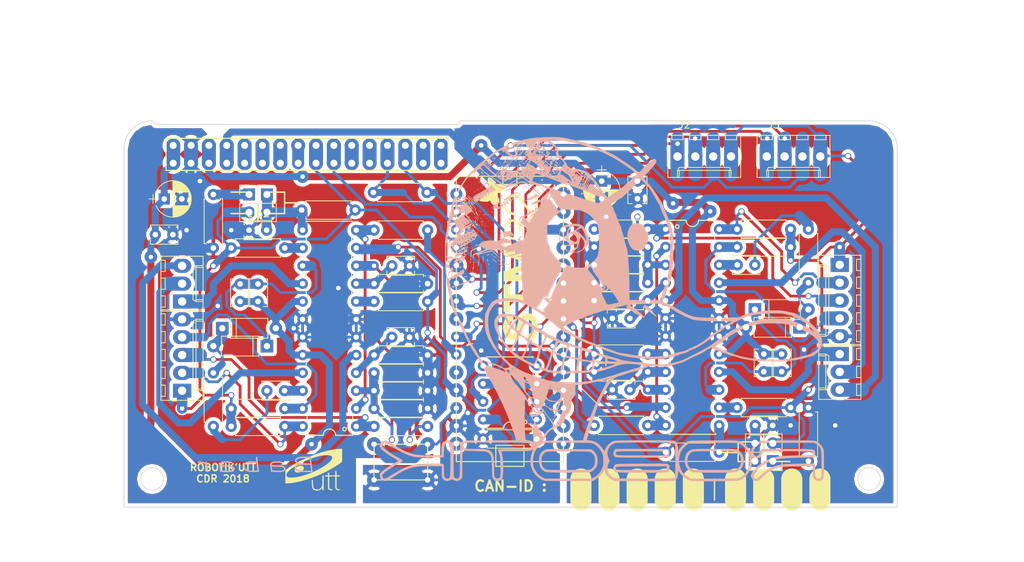
<source format=kicad_pcb>
(kicad_pcb (version 4) (host pcbnew 4.0.7-e2-6376~58~ubuntu16.04.1)
  (layers (0 F.Cu signal) (31 B.Cu signal) (34 B.Paste user) (35 F.Paste user) (36 B.SilkS user hide) (37 F.SilkS user) (38 B.Mask user) (39 F.Mask user) (44 Edge.Cuts user))
  (net 0 "")
  (net 1 "Net-(Cboot1-Pad2)")
  (net 2 "Net-(Cboot1_2-Pad2)")
  (net 3 "Net-(Clp1-Pad2)")
  (net 4 /FWD/REV)
  (net 5 /ENABLE)
  (net 6 /FWD/REV_2)
  (net 7 /ENABLE_2)
  (net 8 "Net-(Coff1-Pad1)")
  (net 9 "Net-(Coff1_2-Pad1)")
  (net 10 "Net-(Cp1-Pad1)")
  (net 11 "Net-(Cp1-Pad2)")
  (net 12 "Net-(Cp1_2-Pad1)")
  (net 13 "Net-(Cp1_2-Pad2)")
  (net 14 "Net-(Cpul1-Pad1)")
  (net 15 "Net-(Cpul1_2-Pad1)")
  (net 16 "Net-(D1-Pad1)")
  (net 17 "Net-(D1_2-Pad1)")
  (net 18 /HALL3)
  (net 19 /HALL1)
  (net 20 /HALL2)
  (net 21 /HALL3_2)
  (net 22 /HALL1_2)
  (net 23 /HALL2_2)
  (net 24 /PHASE3)
  (net 25 /PHASE2)
  (net 26 /PHASE1)
  (net 27 /PHASE3_2)
  (net 28 /PHASE2_2)
  (net 29 /PHASE1_2)
  (net 30 "Net-(Rdd1-Pad1)")
  (net 31 "Net-(Rdd1_2-Pad1)")
  (net 32 "Net-(Ren1-Pad1)")
  (net 33 "Net-(Ren1_2-Pad1)")
  (net 34 "Net-(Rsense1-Pad2)")
  (net 35 "Net-(Rsense1_2-Pad2)")
  (net 36 "Net-(P5-Pad1)")
  (net 37 "Net-(Clp2-Pad2)")
  (net 38 "Net-(P8-Pad1)")
  (net 39 "Net-(Rdd2-Pad1)")
  (net 40 "Net-(Rdd2_2-Pad1)")
  (net 41 "Net-(U3-Pad1)")
  (net 42 "Net-(U3-Pad2)")
  (net 43 "Net-(U3-Pad3)")
  (net 44 "Net-(U3-Pad6)")
  (net 45 "Net-(U3-Pad9)")
  (net 46 "Net-(U3-Pad10)")
  (net 47 "Net-(U3-Pad11)")
  (net 48 "Net-(U3-Pad12)")
  (net 49 "Net-(U3-Pad14)")
  (net 50 "Net-(U3-Pad16)")
  (net 51 "Net-(U3-Pad17)")
  (net 52 "Net-(U3-Pad18)")
  (net 53 "Net-(U3-Pad21)")
  (net 54 "Net-(U3-Pad23)")
  (net 55 "Net-(U3-Pad26)")
  (net 56 "Net-(U3-Pad30)")
  (net 57 /+12V1)
  (net 58 /GND1)
  (net 59 /+12V2)
  (net 60 /GND2)
  (net 61 /+5L)
  (net 62 "Net-(J1-Pad10)")
  (net 63 "Net-(J1-Pad11)")
  (net 64 "Net-(J1-Pad13)")
  (net 65 "Net-(J1-Pad15)")
  (net 66 /GNDL)
  (net 67 "Net-(J1-Pad21)")
  (net 68 "Net-(J1-Pad23)")
  (net 69 /CANH)
  (net 70 /CANL)
  (net 71 "Net-(J1-Pad29)")
  (net 72 "Net-(J1-Pad31)")
  (net 73 "Net-(Rdiv3-Pad2)")
  (net 74 /TXD)
  (net 75 /RXD)
  (net 76 /ENC_R_A)
  (net 77 /ENC_R_B)
  (net 78 /ENC_L_B)
  (net 79 /ENC_L_A)
  (net 80 "Net-(U4-Pad5)")
  (net 81 /RST)
  (module Libabar:PushButton (layer F.Cu) (at 69.115 90.505)
    (fp_text reference U5)
    (fp_text value PushButton hide)
    (pad 1 thru_hole circle (at 5.08 2.54) (size 2 2) (drill 0.762) (layers *.Cu *.Mask) (net 81 /RST))
    (pad 2 thru_hole circle (at -2.54 2.54) (size 2 2) (drill 0.762) (layers *.Cu *.Mask) (net 81 /RST))
    (pad 3 thru_hole circle (at -2.54 7.62) (size 2 2) (drill 0.762) (layers *.Cu *.Mask) (net 66 /GNDL))
    (pad 4 thru_hole circle (at 5.08 7.62) (size 2 2) (drill 0.762) (layers *.Cu *.Mask) (net 66 /GNDL))
  )
  (module Capacitors_ThroughHole:C_Disc_D3.8mm_W2.6mm_P2.50mm (layer F.Cu) (at 124.56 80.21 270)
    (fp_text reference Cboot1)
    (fp_text value 110n hide)
    (pad 1 thru_hole circle (at 0 0 270) (size 1.6 1.6) (drill 0.8) (layers *.Cu *.Mask) (net 57 /+12V1))
    (pad 2 thru_hole circle (at 2.5 0 270) (size 1.6 1.6) (drill 0.8) (layers *.Cu *.Mask) (net 1 "Net-(Cboot1-Pad2)"))
  )
  (module Capacitors_ThroughHole:C_Disc_D3.8mm_W2.6mm_P2.50mm (layer F.Cu) (at 47.525 72.725 90)
    (fp_text reference Cboot1_2)
    (fp_text value 110n hide)
    (pad 1 thru_hole circle (at 0 0 90) (size 1.6 1.6) (drill 0.8) (layers *.Cu *.Mask) (net 59 /+12V2))
    (pad 2 thru_hole circle (at 2.5 0 90) (size 1.6 1.6) (drill 0.8) (layers *.Cu *.Mask) (net 2 "Net-(Cboot1_2-Pad2)"))
  )
  (module Capacitors_ThroughHole:C_Disc_D3.8mm_W2.6mm_P2.50mm (layer F.Cu) (at 122.02 80.21 270)
    (fp_text reference Cboot2)
    (fp_text value 110n hide)
    (pad 1 thru_hole circle (at 0 0 270) (size 1.6 1.6) (drill 0.8) (layers *.Cu *.Mask) (net 57 /+12V1))
    (pad 2 thru_hole circle (at 2.5 0 270) (size 1.6 1.6) (drill 0.8) (layers *.Cu *.Mask) (net 1 "Net-(Cboot1-Pad2)"))
  )
  (module Capacitors_ThroughHole:C_Disc_D3.8mm_W2.6mm_P2.50mm (layer F.Cu) (at 50.065 72.725 90)
    (fp_text reference Cboot2_2)
    (fp_text value 110n hide)
    (pad 1 thru_hole circle (at 0 0 90) (size 1.6 1.6) (drill 0.8) (layers *.Cu *.Mask) (net 59 /+12V2))
    (pad 2 thru_hole circle (at 2.5 0 90) (size 1.6 1.6) (drill 0.8) (layers *.Cu *.Mask) (net 2 "Net-(Cboot1_2-Pad2)"))
  )
  (module Capacitors_ThroughHole:C_Disc_D3.8mm_W2.6mm_P2.50mm (layer F.Cu) (at 123.29 90.37 180)
    (fp_text reference Clp1)
    (fp_text value 100n hide)
    (pad 1 thru_hole circle (at 0 0 180) (size 1.6 1.6) (drill 0.8) (layers *.Cu *.Mask) (net 58 /GND1))
    (pad 2 thru_hole circle (at 2.5 0 180) (size 1.6 1.6) (drill 0.8) (layers *.Cu *.Mask) (net 3 "Net-(Clp1-Pad2)"))
  )
  (module Capacitors_ThroughHole:C_Disc_D3.8mm_W2.6mm_P2.50mm (layer F.Cu) (at 48.795 62.565)
    (fp_text reference Clp2 (at 1.25 -2.36) (layer F.SilkS))
    (fp_text value 100n hide)
    (pad 1 thru_hole circle (at 0 0) (size 1.6 1.6) (drill 0.8) (layers *.Cu *.Mask) (net 60 /GND2))
    (pad 2 thru_hole circle (at 2.5 0) (size 1.6 1.6) (drill 0.8) (layers *.Cu *.Mask) (net 37 "Net-(Clp2-Pad2)"))
  )
  (module Capacitors_ThroughHole:C_Disc_D3.8mm_W2.6mm_P2.50mm (layer F.Cu) (at 102.97 75.13 180)
    (fp_text reference Coff1)
    (fp_text value 1n hide)
    (pad 1 thru_hole circle (at 0 0 180) (size 1.6 1.6) (drill 0.8) (layers *.Cu *.Mask) (net 8 "Net-(Coff1-Pad1)"))
    (pad 2 thru_hole circle (at 2.5 0 180) (size 1.6 1.6) (drill 0.8) (layers *.Cu *.Mask) (net 58 /GND1))
  )
  (module Capacitors_ThroughHole:C_Disc_D3.8mm_W2.6mm_P2.50mm (layer F.Cu) (at 69.115 77.805)
    (fp_text reference Coff1_2)
    (fp_text value 1n hide)
    (pad 1 thru_hole circle (at 0 0) (size 1.6 1.6) (drill 0.8) (layers *.Cu *.Mask) (net 9 "Net-(Coff1_2-Pad1)"))
    (pad 2 thru_hole circle (at 2.5 0) (size 1.6 1.6) (drill 0.8) (layers *.Cu *.Mask) (net 60 /GND2))
  )
  (module Capacitors_ThroughHole:C_Disc_D3.8mm_W2.6mm_P2.50mm (layer F.Cu) (at 120.75 67.51 180)
    (fp_text reference Cp1)
    (fp_text value 10n hide)
    (pad 1 thru_hole circle (at 0 0 180) (size 1.6 1.6) (drill 0.8) (layers *.Cu *.Mask) (net 10 "Net-(Cp1-Pad1)"))
    (pad 2 thru_hole circle (at 2.5 0 180) (size 1.6 1.6) (drill 0.8) (layers *.Cu *.Mask) (net 11 "Net-(Cp1-Pad2)"))
  )
  (module Capacitors_ThroughHole:C_Disc_D3.8mm_W2.6mm_P2.50mm (layer F.Cu) (at 51.335 85.425)
    (fp_text reference Cp1_2)
    (fp_text value 10n hide)
    (pad 1 thru_hole circle (at 0 0) (size 1.6 1.6) (drill 0.8) (layers *.Cu *.Mask) (net 12 "Net-(Cp1_2-Pad1)"))
    (pad 2 thru_hole circle (at 2.5 0) (size 1.6 1.6) (drill 0.8) (layers *.Cu *.Mask) (net 13 "Net-(Cp1_2-Pad2)"))
  )
  (module Capacitors_ThroughHole:C_Disc_D3.8mm_W2.6mm_P2.50mm (layer F.Cu) (at 102.97 85.29 180)
    (fp_text reference Cpul1)
    (fp_text value 10n hide)
    (pad 1 thru_hole circle (at 0 0 180) (size 1.6 1.6) (drill 0.8) (layers *.Cu *.Mask) (net 14 "Net-(Cpul1-Pad1)"))
    (pad 2 thru_hole circle (at 2.5 0 180) (size 1.6 1.6) (drill 0.8) (layers *.Cu *.Mask) (net 58 /GND1))
  )
  (module Capacitors_ThroughHole:C_Disc_D3.8mm_W2.6mm_P2.50mm (layer F.Cu) (at 69.115 67.645)
    (fp_text reference Cpul1_2)
    (fp_text value 10n hide)
    (pad 1 thru_hole circle (at 0 0) (size 1.6 1.6) (drill 0.8) (layers *.Cu *.Mask) (net 15 "Net-(Cpul1_2-Pad1)"))
    (pad 2 thru_hole circle (at 2.5 0) (size 1.6 1.6) (drill 0.8) (layers *.Cu *.Mask) (net 60 /GND2))
  )
  (module Capacitors_ThroughHole:CP_Radial_D5.0mm_P2.50mm (layer F.Cu) (at 36.73 58.12)
    (fp_text reference C_2)
    (fp_text value 10µ hide)
    (pad 1 thru_hole rect (at 0 0) (size 1.6 1.6) (drill 0.8) (layers *.Cu *.Mask) (net 59 /+12V2))
    (pad 2 thru_hole circle (at 2.5 0) (size 1.6 1.6) (drill 0.8) (layers *.Cu *.Mask) (net 60 /GND2))
  )
  (module Diodes_ThroughHole:D_A-405_P7.62mm_Horizontal (layer F.Cu) (at 127.1 76.4 180)
    (fp_text reference D1)
    (fp_text value 1N4148 hide)
    (pad 1 thru_hole rect (at 0 0 180) (size 1.8 1.8) (drill 0.9) (layers *.Cu *.Mask) (net 16 "Net-(D1-Pad1)"))
    (pad 2 thru_hole oval (at 7.62 0 180) (size 1.8 1.8) (drill 0.9) (layers *.Cu *.Mask) (net 57 /+12V1))
  )
  (module Diodes_ThroughHole:D_A-405_P7.62mm_Horizontal (layer F.Cu) (at 44.985 76.535)
    (fp_text reference D1_2)
    (fp_text value 1N4148 hide)
    (pad 1 thru_hole rect (at 0 0) (size 1.8 1.8) (drill 0.9) (layers *.Cu *.Mask) (net 17 "Net-(D1_2-Pad1)"))
    (pad 2 thru_hole oval (at 7.62 0) (size 1.8 1.8) (drill 0.9) (layers *.Cu *.Mask) (net 59 /+12V2))
  )
  (module Diodes_ThroughHole:D_A-405_P7.62mm_Horizontal (layer F.Cu) (at 120.75 73.86)
    (fp_text reference D2)
    (fp_text value 1N4148 hide)
    (pad 1 thru_hole rect (at 0 0) (size 1.8 1.8) (drill 0.9) (layers *.Cu *.Mask) (net 1 "Net-(Cboot1-Pad2)"))
    (pad 2 thru_hole oval (at 7.62 0) (size 1.8 1.8) (drill 0.9) (layers *.Cu *.Mask) (net 16 "Net-(D1-Pad1)"))
  )
  (module Diodes_ThroughHole:D_A-405_P7.62mm_Horizontal (layer F.Cu) (at 51.335 79.075 180)
    (fp_text reference D2_2)
    (fp_text value 1N4148 hide)
    (pad 1 thru_hole rect (at 0 0 180) (size 1.8 1.8) (drill 0.9) (layers *.Cu *.Mask) (net 2 "Net-(Cboot1_2-Pad2)"))
    (pad 2 thru_hole oval (at 7.62 0 180) (size 1.8 1.8) (drill 0.9) (layers *.Cu *.Mask) (net 17 "Net-(D1_2-Pad1)"))
  )
  (module Connectors_Molex:Molex_KK-6410-05_05x2.54mm_Straight (layer F.Cu) (at 132.815 67.51 270)
    (fp_text reference H1)
    (fp_text value CONN_01X05 hide)
    (pad 1 thru_hole rect (at 0 0 270) (size 2 2.6) (drill 1.2) (layers *.Cu *.Mask) (net 61 /+5L))
    (pad 2 thru_hole oval (at 2.54 0 270) (size 2 2.6) (drill 1.2) (layers *.Cu *.Mask) (net 18 /HALL3))
    (pad 3 thru_hole oval (at 5.08 0 270) (size 2 2.6) (drill 1.2) (layers *.Cu *.Mask) (net 19 /HALL1))
    (pad 4 thru_hole oval (at 7.62 0 270) (size 2 2.6) (drill 1.2) (layers *.Cu *.Mask) (net 20 /HALL2))
    (pad 5 thru_hole oval (at 10.16 0 270) (size 2 2.6) (drill 1.2) (layers *.Cu *.Mask) (net 58 /GND1))
  )
  (module Connectors_Molex:Molex_KK-6410-05_05x2.54mm_Straight (layer F.Cu) (at 39.27 85.425 90)
    (fp_text reference H2)
    (fp_text value CONN_01X05 hide)
    (pad 1 thru_hole rect (at 0 0 90) (size 2 2.6) (drill 1.2) (layers *.Cu *.Mask) (net 61 /+5L))
    (pad 2 thru_hole oval (at 2.54 0 90) (size 2 2.6) (drill 1.2) (layers *.Cu *.Mask) (net 21 /HALL3_2))
    (pad 3 thru_hole oval (at 5.08 0 90) (size 2 2.6) (drill 1.2) (layers *.Cu *.Mask) (net 22 /HALL1_2))
    (pad 4 thru_hole oval (at 7.62 0 90) (size 2 2.6) (drill 1.2) (layers *.Cu *.Mask) (net 23 /HALL2_2))
    (pad 5 thru_hole oval (at 10.16 0 90) (size 2 2.6) (drill 1.2) (layers *.Cu *.Mask) (net 60 /GND2))
  )
  (module Connectors_Molex:Molex_KK-6410-03_03x2.54mm_Straight (layer F.Cu) (at 132.815 80.21 270)
    (fp_text reference P1)
    (fp_text value CONN_01X03 hide)
    (pad 1 thru_hole rect (at 0 0 270) (size 2 2.6) (drill 1.2) (layers *.Cu *.Mask) (net 24 /PHASE3))
    (pad 2 thru_hole oval (at 2.54 0 270) (size 2 2.6) (drill 1.2) (layers *.Cu *.Mask) (net 25 /PHASE2))
    (pad 3 thru_hole oval (at 5.08 0 270) (size 2 2.6) (drill 1.2) (layers *.Cu *.Mask) (net 26 /PHASE1))
  )
  (module Connectors_Molex:Molex_KK-6410-03_03x2.54mm_Straight (layer F.Cu) (at 39.27 72.725 90)
    (fp_text reference P2)
    (fp_text value CONN_01X03 hide)
    (pad 1 thru_hole rect (at 0 0 90) (size 2 2.6) (drill 1.2) (layers *.Cu *.Mask) (net 27 /PHASE3_2))
    (pad 2 thru_hole oval (at 2.54 0 90) (size 2 2.6) (drill 1.2) (layers *.Cu *.Mask) (net 28 /PHASE2_2))
    (pad 3 thru_hole oval (at 5.08 0 90) (size 2 2.6) (drill 1.2) (layers *.Cu *.Mask) (net 29 /PHASE1_2))
  )
  (module Resistors_ThroughHole:R_Axial_DIN0207_L6.3mm_D2.5mm_P7.62mm_Horizontal (layer F.Cu) (at 105.51 80.21 180)
    (fp_text reference Rdd1)
    (fp_text value 1k hide)
    (pad 1 thru_hole circle (at 0 0 180) (size 1.6 1.6) (drill 0.8) (layers *.Cu *.Mask) (net 30 "Net-(Rdd1-Pad1)"))
    (pad 2 thru_hole oval (at 7.62 0 180) (size 1.6 1.6) (drill 0.8) (layers *.Cu *.Mask) (net 61 /+5L))
  )
  (module Resistors_ThroughHole:R_Axial_DIN0207_L6.3mm_D2.5mm_P7.62mm_Horizontal (layer F.Cu) (at 66.575 72.725)
    (fp_text reference Rdd1_2)
    (fp_text value 1k hide)
    (pad 1 thru_hole circle (at 0 0) (size 1.6 1.6) (drill 0.8) (layers *.Cu *.Mask) (net 31 "Net-(Rdd1_2-Pad1)"))
    (pad 2 thru_hole oval (at 7.62 0) (size 1.6 1.6) (drill 0.8) (layers *.Cu *.Mask) (net 61 /+5L))
  )
  (module Resistors_ThroughHole:R_Axial_DIN0207_L6.3mm_D2.5mm_P7.62mm_Horizontal (layer F.Cu) (at 118.21 87.83)
    (fp_text reference Rdd2)
    (fp_text value 1k hide)
    (pad 1 thru_hole circle (at 0 0) (size 1.6 1.6) (drill 0.8) (layers *.Cu *.Mask) (net 39 "Net-(Rdd2-Pad1)"))
    (pad 2 thru_hole oval (at 7.62 0) (size 1.6 1.6) (drill 0.8) (layers *.Cu *.Mask) (net 61 /+5L))
  )
  (module Resistors_ThroughHole:R_Axial_DIN0207_L6.3mm_D2.5mm_P7.62mm_Horizontal (layer F.Cu) (at 53.875 65.105 180)
    (fp_text reference Rdd2_2)
    (fp_text value 1k hide)
    (pad 1 thru_hole circle (at 0 0 180) (size 1.6 1.6) (drill 0.8) (layers *.Cu *.Mask) (net 40 "Net-(Rdd2_2-Pad1)"))
    (pad 2 thru_hole oval (at 7.62 0 180) (size 1.6 1.6) (drill 0.8) (layers *.Cu *.Mask) (net 61 /+5L))
  )
  (module Resistors_ThroughHole:R_Axial_DIN0207_L6.3mm_D2.5mm_P7.62mm_Horizontal (layer F.Cu) (at 128.37 87.83 270)
    (fp_text reference Rdiv1)
    (fp_text value 15k hide)
    (pad 1 thru_hole circle (at 0 0 270) (size 1.6 1.6) (drill 0.8) (layers *.Cu *.Mask) (net 58 /GND1))
    (pad 2 thru_hole oval (at 7.62 0 270) (size 1.6 1.6) (drill 0.8) (layers *.Cu *.Mask) (net 36 "Net-(P5-Pad1)"))
  )
  (module Resistors_ThroughHole:R_Axial_DIN0207_L6.3mm_D2.5mm_P7.62mm_Horizontal (layer F.Cu) (at 43.715 57.485 270)
    (fp_text reference Rdiv2)
    (fp_text value 15k hide)
    (pad 1 thru_hole circle (at 0 0 270) (size 1.6 1.6) (drill 0.8) (layers *.Cu *.Mask) (net 38 "Net-(P8-Pad1)"))
    (pad 2 thru_hole oval (at 7.62 0 270) (size 1.6 1.6) (drill 0.8) (layers *.Cu *.Mask) (net 60 /GND2))
  )
  (module Resistors_ThroughHole:R_Axial_DIN0207_L6.3mm_D2.5mm_P7.62mm_Horizontal (layer F.Cu) (at 105.51 90.37 180)
    (fp_text reference Ren1)
    (fp_text value 100k hide)
    (pad 1 thru_hole circle (at 0 0 180) (size 1.6 1.6) (drill 0.8) (layers *.Cu *.Mask) (net 32 "Net-(Ren1-Pad1)"))
    (pad 2 thru_hole oval (at 7.62 0 180) (size 1.6 1.6) (drill 0.8) (layers *.Cu *.Mask) (net 5 /ENABLE))
  )
  (module Resistors_ThroughHole:R_Axial_DIN0207_L6.3mm_D2.5mm_P7.62mm_Horizontal (layer F.Cu) (at 66.575 62.565)
    (fp_text reference Ren1_2)
    (fp_text value 100k hide)
    (pad 1 thru_hole circle (at 0 0) (size 1.6 1.6) (drill 0.8) (layers *.Cu *.Mask) (net 33 "Net-(Ren1_2-Pad1)"))
    (pad 2 thru_hole oval (at 7.62 0) (size 1.6 1.6) (drill 0.8) (layers *.Cu *.Mask) (net 7 /ENABLE_2))
  )
  (module Resistors_ThroughHole:R_Axial_DIN0207_L6.3mm_D2.5mm_P7.62mm_Horizontal (layer F.Cu) (at 97.89 62.43)
    (fp_text reference RH1)
    (fp_text value 10K hide)
    (pad 1 thru_hole circle (at 0 0) (size 1.6 1.6) (drill 0.8) (layers *.Cu *.Mask) (net 61 /+5L))
    (pad 2 thru_hole oval (at 7.62 0) (size 1.6 1.6) (drill 0.8) (layers *.Cu *.Mask) (net 19 /HALL1))
  )
  (module Resistors_ThroughHole:R_Axial_DIN0207_L6.3mm_D2.5mm_P7.62mm_Horizontal (layer F.Cu) (at 74.195 90.505 180)
    (fp_text reference RH1_2)
    (fp_text value 10K hide)
    (pad 1 thru_hole circle (at 0 0 180) (size 1.6 1.6) (drill 0.8) (layers *.Cu *.Mask) (net 61 /+5L))
    (pad 2 thru_hole oval (at 7.62 0 180) (size 1.6 1.6) (drill 0.8) (layers *.Cu *.Mask) (net 22 /HALL1_2))
  )
  (module Resistors_ThroughHole:R_Axial_DIN0207_L6.3mm_D2.5mm_P7.62mm_Horizontal (layer F.Cu) (at 125.83 64.97 180)
    (fp_text reference RH2)
    (fp_text value 10K hide)
    (pad 1 thru_hole circle (at 0 0 180) (size 1.6 1.6) (drill 0.8) (layers *.Cu *.Mask) (net 61 /+5L))
    (pad 2 thru_hole oval (at 7.62 0 180) (size 1.6 1.6) (drill 0.8) (layers *.Cu *.Mask) (net 20 /HALL2))
  )
  (module Resistors_ThroughHole:R_Axial_DIN0207_L6.3mm_D2.5mm_P7.62mm_Horizontal (layer F.Cu) (at 46.255 87.965)
    (fp_text reference RH2_2)
    (fp_text value 10K hide)
    (pad 1 thru_hole circle (at 0 0) (size 1.6 1.6) (drill 0.8) (layers *.Cu *.Mask) (net 61 /+5L))
    (pad 2 thru_hole oval (at 7.62 0) (size 1.6 1.6) (drill 0.8) (layers *.Cu *.Mask) (net 23 /HALL2_2))
  )
  (module Resistors_ThroughHole:R_Axial_DIN0207_L6.3mm_D2.5mm_P7.62mm_Horizontal (layer F.Cu) (at 125.83 62.43 180)
    (fp_text reference RH3)
    (fp_text value 10K hide)
    (pad 1 thru_hole circle (at 0 0 180) (size 1.6 1.6) (drill 0.8) (layers *.Cu *.Mask) (net 61 /+5L))
    (pad 2 thru_hole oval (at 7.62 0 180) (size 1.6 1.6) (drill 0.8) (layers *.Cu *.Mask) (net 18 /HALL3))
  )
  (module Resistors_ThroughHole:R_Axial_DIN0207_L6.3mm_D2.5mm_P7.62mm_Horizontal (layer F.Cu) (at 46.255 90.505)
    (fp_text reference RH3_2)
    (fp_text value 10K hide)
    (pad 1 thru_hole circle (at 0 0) (size 1.6 1.6) (drill 0.8) (layers *.Cu *.Mask) (net 61 /+5L))
    (pad 2 thru_hole oval (at 7.62 0) (size 1.6 1.6) (drill 0.8) (layers *.Cu *.Mask) (net 21 /HALL3_2))
  )
  (module Resistors_ThroughHole:R_Axial_DIN0207_L6.3mm_D2.5mm_P7.62mm_Horizontal (layer F.Cu) (at 108.05 94.18)
    (fp_text reference Rlp1)
    (fp_text value 56k hide)
    (pad 1 thru_hole circle (at 0 0) (size 1.6 1.6) (drill 0.8) (layers *.Cu *.Mask) (net 61 /+5L))
    (pad 2 thru_hole oval (at 7.62 0) (size 1.6 1.6) (drill 0.8) (layers *.Cu *.Mask) (net 3 "Net-(Clp1-Pad2)"))
  )
  (module Resistors_ThroughHole:R_Axial_DIN0207_L6.3mm_D2.5mm_P7.62mm_Horizontal (layer F.Cu) (at 63.9 59.7 180)
    (fp_text reference Rlp2)
    (fp_text value 56k hide)
    (pad 1 thru_hole circle (at 0 0 180) (size 1.6 1.6) (drill 0.8) (layers *.Cu *.Mask) (net 61 /+5L))
    (pad 2 thru_hole oval (at 7.62 0 180) (size 1.6 1.6) (drill 0.8) (layers *.Cu *.Mask) (net 37 "Net-(Clp2-Pad2)"))
  )
  (module Resistors_ThroughHole:R_Axial_DIN0207_L6.3mm_D2.5mm_P7.62mm_Horizontal (layer F.Cu) (at 105.51 72.59 180)
    (fp_text reference Roff1)
    (fp_text value 33k hide)
    (pad 1 thru_hole circle (at 0 0 180) (size 1.6 1.6) (drill 0.8) (layers *.Cu *.Mask) (net 8 "Net-(Coff1-Pad1)"))
    (pad 2 thru_hole oval (at 7.62 0 180) (size 1.6 1.6) (drill 0.8) (layers *.Cu *.Mask) (net 58 /GND1))
  )
  (module Resistors_ThroughHole:R_Axial_DIN0207_L6.3mm_D2.5mm_P7.62mm_Horizontal (layer F.Cu) (at 66.575 80.345)
    (fp_text reference Roff1_2)
    (fp_text value 33k hide)
    (pad 1 thru_hole circle (at 0 0) (size 1.6 1.6) (drill 0.8) (layers *.Cu *.Mask) (net 9 "Net-(Coff1_2-Pad1)"))
    (pad 2 thru_hole oval (at 7.62 0) (size 1.6 1.6) (drill 0.8) (layers *.Cu *.Mask) (net 60 /GND2))
  )
  (module Resistors_ThroughHole:R_Axial_DIN0207_L6.3mm_D2.5mm_P7.62mm_Horizontal (layer F.Cu) (at 128.37 70.05 90)
    (fp_text reference Rp1)
    (fp_text value 100 hide)
    (pad 1 thru_hole circle (at 0 0 90) (size 1.6 1.6) (drill 0.8) (layers *.Cu *.Mask) (net 16 "Net-(D1-Pad1)"))
    (pad 2 thru_hole oval (at 7.62 0 90) (size 1.6 1.6) (drill 0.8) (layers *.Cu *.Mask) (net 10 "Net-(Cp1-Pad1)"))
  )
  (module Resistors_ThroughHole:R_Axial_DIN0207_L6.3mm_D2.5mm_P7.62mm_Horizontal (layer F.Cu) (at 43.715 82.885 270)
    (fp_text reference Rp1_2)
    (fp_text value 100 hide)
    (pad 1 thru_hole circle (at 0 0 270) (size 1.6 1.6) (drill 0.8) (layers *.Cu *.Mask) (net 17 "Net-(D1_2-Pad1)"))
    (pad 2 thru_hole oval (at 7.62 0 270) (size 1.6 1.6) (drill 0.8) (layers *.Cu *.Mask) (net 12 "Net-(Cp1_2-Pad1)"))
  )
  (module Resistors_ThroughHole:R_Axial_DIN0207_L6.3mm_D2.5mm_P7.62mm_Horizontal (layer F.Cu) (at 105.51 82.75 180)
    (fp_text reference Rpul1)
    (fp_text value 47k hide)
    (pad 1 thru_hole circle (at 0 0 180) (size 1.6 1.6) (drill 0.8) (layers *.Cu *.Mask) (net 14 "Net-(Cpul1-Pad1)"))
    (pad 2 thru_hole oval (at 7.62 0 180) (size 1.6 1.6) (drill 0.8) (layers *.Cu *.Mask) (net 58 /GND1))
  )
  (module Resistors_ThroughHole:R_Axial_DIN0207_L6.3mm_D2.5mm_P7.62mm_Horizontal (layer F.Cu) (at 66.575 70.185)
    (fp_text reference Rpul1_2)
    (fp_text value 47k hide)
    (pad 1 thru_hole circle (at 0 0) (size 1.6 1.6) (drill 0.8) (layers *.Cu *.Mask) (net 15 "Net-(Cpul1_2-Pad1)"))
    (pad 2 thru_hole oval (at 7.62 0) (size 1.6 1.6) (drill 0.8) (layers *.Cu *.Mask) (net 60 /GND2))
  )
  (module Resistors_ThroughHole:R_Axial_DIN0207_L6.3mm_D2.5mm_P7.62mm_Horizontal (layer F.Cu) (at 97.89 70.05)
    (fp_text reference Rsense1)
    (fp_text value 1 hide)
    (pad 1 thru_hole circle (at 0 0) (size 1.6 1.6) (drill 0.8) (layers *.Cu *.Mask) (net 58 /GND1))
    (pad 2 thru_hole oval (at 7.62 0) (size 1.6 1.6) (drill 0.8) (layers *.Cu *.Mask) (net 34 "Net-(Rsense1-Pad2)"))
  )
  (module Resistors_ThroughHole:R_Axial_DIN0207_L6.3mm_D2.5mm_P7.62mm_Horizontal (layer F.Cu) (at 74.195 82.885 180)
    (fp_text reference Rsense1_2)
    (fp_text value 1 hide)
    (pad 1 thru_hole circle (at 0 0 180) (size 1.6 1.6) (drill 0.8) (layers *.Cu *.Mask) (net 60 /GND2))
    (pad 2 thru_hole oval (at 7.62 0 180) (size 1.6 1.6) (drill 0.8) (layers *.Cu *.Mask) (net 35 "Net-(Rsense1_2-Pad2)"))
  )
  (module Resistors_ThroughHole:R_Axial_DIN0207_L6.3mm_D2.5mm_P7.62mm_Horizontal (layer F.Cu) (at 97.89 67.51)
    (fp_text reference Rsense2)
    (fp_text value 1 hide)
    (pad 1 thru_hole circle (at 0 0) (size 1.6 1.6) (drill 0.8) (layers *.Cu *.Mask) (net 58 /GND1))
    (pad 2 thru_hole oval (at 7.62 0) (size 1.6 1.6) (drill 0.8) (layers *.Cu *.Mask) (net 34 "Net-(Rsense1-Pad2)"))
  )
  (module Resistors_ThroughHole:R_Axial_DIN0207_L6.3mm_D2.5mm_P7.62mm_Horizontal (layer F.Cu) (at 74.195 85.425 180)
    (fp_text reference Rsense2_2)
    (fp_text value 1 hide)
    (pad 1 thru_hole circle (at 0 0 180) (size 1.6 1.6) (drill 0.8) (layers *.Cu *.Mask) (net 60 /GND2))
    (pad 2 thru_hole oval (at 7.62 0 180) (size 1.6 1.6) (drill 0.8) (layers *.Cu *.Mask) (net 35 "Net-(Rsense1_2-Pad2)"))
  )
  (module Resistors_ThroughHole:R_Axial_DIN0207_L6.3mm_D2.5mm_P7.62mm_Horizontal (layer F.Cu) (at 97.89 64.97)
    (fp_text reference Rsense3)
    (fp_text value 1 hide)
    (pad 1 thru_hole circle (at 0 0) (size 1.6 1.6) (drill 0.8) (layers *.Cu *.Mask) (net 58 /GND1))
    (pad 2 thru_hole oval (at 7.62 0) (size 1.6 1.6) (drill 0.8) (layers *.Cu *.Mask) (net 34 "Net-(Rsense1-Pad2)"))
  )
  (module Resistors_ThroughHole:R_Axial_DIN0207_L6.3mm_D2.5mm_P7.62mm_Horizontal (layer F.Cu) (at 74.195 87.965 180)
    (fp_text reference Rsense3_2)
    (fp_text value 1 hide)
    (pad 1 thru_hole circle (at 0 0 180) (size 1.6 1.6) (drill 0.8) (layers *.Cu *.Mask) (net 60 /GND2))
    (pad 2 thru_hole oval (at 7.62 0 180) (size 1.6 1.6) (drill 0.8) (layers *.Cu *.Mask) (net 35 "Net-(Rsense1_2-Pad2)"))
  )
  (module Capacitors_ThroughHole:CP_Radial_D5.0mm_P2.50mm (layer F.Cu) (at 98.96 55.58 270)
    (fp_text reference C1)
    (fp_text value 10µ hide)
    (pad 1 thru_hole rect (at 0 0 270) (size 1.6 1.6) (drill 0.8) (layers *.Cu *.Mask) (net 57 /+12V1))
    (pad 2 thru_hole circle (at 2.5 0 270) (size 1.6 1.6) (drill 0.8) (layers *.Cu *.Mask) (net 58 /GND1))
  )
  (module Pin_Headers:Pin_Header_Straight_1x02_Pitch2.54mm (layer F.Cu) (at 120.75 95.45 180)
    (fp_text reference P4)
    (fp_text value CONN_01X02 hide)
    (pad 1 thru_hole rect (at 0 0 180) (size 1.7 1.7) (drill 1) (layers *.Cu *.Mask) (net 3 "Net-(Clp1-Pad2)"))
    (pad 2 thru_hole oval (at 0 2.54 180) (size 1.7 1.7) (drill 1) (layers *.Cu *.Mask) (net 3 "Net-(Clp1-Pad2)"))
  )
  (module Pin_Headers:Pin_Header_Straight_1x02_Pitch2.54mm (layer F.Cu) (at 123.29 95.45 180)
    (fp_text reference P5)
    (fp_text value CONN_01X02 hide)
    (pad 1 thru_hole rect (at 0 0 180) (size 1.7 1.7) (drill 1) (layers *.Cu *.Mask) (net 36 "Net-(P5-Pad1)"))
    (pad 2 thru_hole oval (at 0 2.54 180) (size 1.7 1.7) (drill 1) (layers *.Cu *.Mask) (net 61 /+5L))
  )
  (module Pin_Headers:Pin_Header_Straight_1x02_Pitch2.54mm (layer F.Cu) (at 51.335 57.485)
    (fp_text reference P7)
    (fp_text value CONN_01X02 hide)
    (pad 1 thru_hole rect (at 0 0) (size 1.7 1.7) (drill 1) (layers *.Cu *.Mask) (net 37 "Net-(Clp2-Pad2)"))
    (pad 2 thru_hole oval (at 0 2.54) (size 1.7 1.7) (drill 1) (layers *.Cu *.Mask) (net 37 "Net-(Clp2-Pad2)"))
  )
  (module Pin_Headers:Pin_Header_Straight_1x02_Pitch2.54mm (layer F.Cu) (at 48.795 57.485)
    (fp_text reference P8)
    (fp_text value CONN_01X02 hide)
    (pad 1 thru_hole rect (at 0 0) (size 1.7 1.7) (drill 1) (layers *.Cu *.Mask) (net 38 "Net-(P8-Pad1)"))
    (pad 2 thru_hole oval (at 0 2.54) (size 1.7 1.7) (drill 1) (layers *.Cu *.Mask) (net 61 /+5L))
  )
  (module .pretty:PDIP-24 (layer F.Cu) (at 60.225 76.535 90)
    (fp_text reference U2)
    (fp_text value L6235N hide)
    (pad 1 thru_hole circle (at -13.97 3.81 90) (size 1.5 1.5) (drill 0.762) (layers *.Cu *.Mask) (net 22 /HALL1_2))
    (pad 2 thru_hole circle (at -11.43 3.81 90) (size 1.5 1.5) (drill 0.762) (layers *.Cu *.Mask) (net 33 "Net-(Ren1_2-Pad1)"))
    (pad 3 thru_hole circle (at -8.89 3.81 90) (size 1.5 1.5) (drill 0.762) (layers *.Cu *.Mask) (net 35 "Net-(Rsense1_2-Pad2)"))
    (pad 4 thru_hole circle (at -6.35 3.81 90) (size 1.5 1.5) (drill 0.762) (layers *.Cu *.Mask) (net 9 "Net-(Coff1_2-Pad1)"))
    (pad 21 thru_hole circle (at -6.35 -3.81 90) (size 1.5 1.5) (drill 0.762) (layers *.Cu *.Mask) (net 28 /PHASE2_2))
    (pad 22 thru_hole circle (at -8.89 -3.81 90) (size 1.5 1.5) (drill 0.762) (layers *.Cu *.Mask) (net 13 "Net-(Cp1_2-Pad2)"))
    (pad 23 thru_hole circle (at -11.43 -3.81 90) (size 1.5 1.5) (drill 0.762) (layers *.Cu *.Mask) (net 23 /HALL2_2))
    (pad 24 thru_hole circle (at -13.97 -3.81 90) (size 1.5 1.5) (drill 0.762) (layers *.Cu *.Mask) (net 21 /HALL3_2))
    (pad 5 thru_hole circle (at -3.81 3.81 90) (size 1.5 1.5) (drill 0.762) (layers *.Cu *.Mask) (net 29 /PHASE1_2))
    (pad 6 thru_hole circle (at -1.27 3.81 90) (size 1.5 1.5) (drill 0.762) (layers *.Cu *.Mask) (net 60 /GND2))
    (pad 7 thru_hole circle (at 1.27 3.81 90) (size 1.5 1.5) (drill 0.762) (layers *.Cu *.Mask) (net 60 /GND2))
    (pad 8 thru_hole circle (at 3.81 3.81 90) (size 1.5 1.5) (drill 0.762) (layers *.Cu *.Mask) (net 31 "Net-(Rdd1_2-Pad1)"))
    (pad 9 thru_hole circle (at 6.35 3.81 90) (size 1.5 1.5) (drill 0.762) (layers *.Cu *.Mask) (net 15 "Net-(Cpul1_2-Pad1)"))
    (pad 10 thru_hole circle (at 8.89 3.81 90) (size 1.5 1.5) (drill 0.762) (layers *.Cu *.Mask) (net 35 "Net-(Rsense1_2-Pad2)"))
    (pad 12 thru_hole circle (at 13.97 3.81 90) (size 1.5 1.5) (drill 0.762) (layers *.Cu *.Mask) (net 33 "Net-(Ren1_2-Pad1)"))
    (pad 11 thru_hole circle (at 11.43 3.81 90) (size 1.5 1.5) (drill 0.762) (layers *.Cu *.Mask) (net 6 /FWD/REV_2))
    (pad 13 thru_hole circle (at 13.97 -3.81 90) (size 1.5 1.5) (drill 0.762) (layers *.Cu *.Mask) (net 37 "Net-(Clp2-Pad2)"))
    (pad 14 thru_hole circle (at 11.43 -3.81 90) (size 1.5 1.5) (drill 0.762) (layers *.Cu *.Mask) (net 40 "Net-(Rdd2_2-Pad1)"))
    (pad 15 thru_hole circle (at 8.89 -3.81 90) (size 1.5 1.5) (drill 0.762) (layers *.Cu *.Mask) (net 2 "Net-(Cboot1_2-Pad2)"))
    (pad 16 thru_hole circle (at 6.35 -3.81 90) (size 1.5 1.5) (drill 0.762) (layers *.Cu *.Mask) (net 27 /PHASE3_2))
    (pad 17 thru_hole circle (at 3.81 -3.81 90) (size 1.5 1.5) (drill 0.762) (layers *.Cu *.Mask) (net 59 /+12V2))
    (pad 18 thru_hole circle (at 1.27 -3.81 90) (size 1.5 1.5) (drill 0.762) (layers *.Cu *.Mask) (net 60 /GND2))
    (pad 19 thru_hole circle (at -1.27 -3.81 90) (size 1.5 1.5) (drill 0.762) (layers *.Cu *.Mask) (net 60 /GND2))
    (pad 20 thru_hole circle (at -3.81 -3.81 90) (size 1.5 1.5) (drill 0.762) (layers *.Cu *.Mask) (net 59 /+12V2))
  )
  (module .pretty:PDIP-24 (layer F.Cu) (at 111.86 76.4 270)
    (fp_text reference U1)
    (fp_text value L6235N hide)
    (pad 1 thru_hole circle (at -13.97 3.81 270) (size 1.5 1.5) (drill 0.762) (layers *.Cu *.Mask) (net 19 /HALL1))
    (pad 2 thru_hole circle (at -11.43 3.81 270) (size 1.5 1.5) (drill 0.762) (layers *.Cu *.Mask) (net 32 "Net-(Ren1-Pad1)"))
    (pad 3 thru_hole circle (at -8.89 3.81 270) (size 1.5 1.5) (drill 0.762) (layers *.Cu *.Mask) (net 34 "Net-(Rsense1-Pad2)"))
    (pad 4 thru_hole circle (at -6.35 3.81 270) (size 1.5 1.5) (drill 0.762) (layers *.Cu *.Mask) (net 8 "Net-(Coff1-Pad1)"))
    (pad 21 thru_hole circle (at -6.35 -3.81 270) (size 1.5 1.5) (drill 0.762) (layers *.Cu *.Mask) (net 25 /PHASE2))
    (pad 22 thru_hole circle (at -8.89 -3.81 270) (size 1.5 1.5) (drill 0.762) (layers *.Cu *.Mask) (net 11 "Net-(Cp1-Pad2)"))
    (pad 23 thru_hole circle (at -11.43 -3.81 270) (size 1.5 1.5) (drill 0.762) (layers *.Cu *.Mask) (net 20 /HALL2))
    (pad 24 thru_hole circle (at -13.97 -3.81 270) (size 1.5 1.5) (drill 0.762) (layers *.Cu *.Mask) (net 18 /HALL3))
    (pad 5 thru_hole circle (at -3.81 3.81 270) (size 1.5 1.5) (drill 0.762) (layers *.Cu *.Mask) (net 26 /PHASE1))
    (pad 6 thru_hole circle (at -1.27 3.81 270) (size 1.5 1.5) (drill 0.762) (layers *.Cu *.Mask) (net 58 /GND1))
    (pad 7 thru_hole circle (at 1.27 3.81 270) (size 1.5 1.5) (drill 0.762) (layers *.Cu *.Mask) (net 58 /GND1))
    (pad 8 thru_hole circle (at 3.81 3.81 270) (size 1.5 1.5) (drill 0.762) (layers *.Cu *.Mask) (net 30 "Net-(Rdd1-Pad1)"))
    (pad 9 thru_hole circle (at 6.35 3.81 270) (size 1.5 1.5) (drill 0.762) (layers *.Cu *.Mask) (net 14 "Net-(Cpul1-Pad1)"))
    (pad 10 thru_hole circle (at 8.89 3.81 270) (size 1.5 1.5) (drill 0.762) (layers *.Cu *.Mask) (net 34 "Net-(Rsense1-Pad2)"))
    (pad 12 thru_hole circle (at 13.97 3.81 270) (size 1.5 1.5) (drill 0.762) (layers *.Cu *.Mask) (net 32 "Net-(Ren1-Pad1)"))
    (pad 11 thru_hole circle (at 11.43 3.81 270) (size 1.5 1.5) (drill 0.762) (layers *.Cu *.Mask) (net 4 /FWD/REV))
    (pad 13 thru_hole circle (at 13.97 -3.81 270) (size 1.5 1.5) (drill 0.762) (layers *.Cu *.Mask) (net 3 "Net-(Clp1-Pad2)"))
    (pad 14 thru_hole circle (at 11.43 -3.81 270) (size 1.5 1.5) (drill 0.762) (layers *.Cu *.Mask) (net 39 "Net-(Rdd2-Pad1)"))
    (pad 15 thru_hole circle (at 8.89 -3.81 270) (size 1.5 1.5) (drill 0.762) (layers *.Cu *.Mask) (net 1 "Net-(Cboot1-Pad2)"))
    (pad 16 thru_hole circle (at 6.35 -3.81 270) (size 1.5 1.5) (drill 0.762) (layers *.Cu *.Mask) (net 24 /PHASE3))
    (pad 17 thru_hole circle (at 3.81 -3.81 270) (size 1.5 1.5) (drill 0.762) (layers *.Cu *.Mask) (net 57 /+12V1))
    (pad 18 thru_hole circle (at 1.27 -3.81 270) (size 1.5 1.5) (drill 0.762) (layers *.Cu *.Mask) (net 58 /GND1))
    (pad 19 thru_hole circle (at -1.27 -3.81 270) (size 1.5 1.5) (drill 0.762) (layers *.Cu *.Mask) (net 58 /GND1))
    (pad 20 thru_hole circle (at -3.81 -3.81 270) (size 1.5 1.5) (drill 0.762) (layers *.Cu *.Mask) (net 57 /+12V1))
  )
  (module Libabar:Nano_STM (layer F.Cu) (at 85.9 75.2 180)
    (fp_text reference U3)
    (fp_text value Nano hide)
    (pad 1 thru_hole circle (at -7.62 -17.78 180) (size 2 2) (drill 0.762) (layers *.Cu *.Mask) (net 41 "Net-(U3-Pad1)"))
    (pad 2 thru_hole circle (at -7.62 -15.24 180) (size 2 2) (drill 0.762) (layers *.Cu *.Mask) (net 42 "Net-(U3-Pad2)"))
    (pad 3 thru_hole circle (at -7.62 -12.7 180) (size 2 2) (drill 0.762) (layers *.Cu *.Mask) (net 43 "Net-(U3-Pad3)"))
    (pad 4 thru_hole circle (at -7.62 -10.16 180) (size 2 2) (drill 0.762) (layers *.Cu *.Mask) (net 66 /GNDL))
    (pad 5 thru_hole circle (at -7.62 -7.62 180) (size 2 2) (drill 0.762) (layers *.Cu *.Mask) (net 74 /TXD))
    (pad 6 thru_hole circle (at -7.62 -5.08 180) (size 2 2) (drill 0.762) (layers *.Cu *.Mask) (net 44 "Net-(U3-Pad6)"))
    (pad 7 thru_hole circle (at -7.62 -2.54 180) (size 2 2) (drill 0.762) (layers *.Cu *.Mask) (net 6 /FWD/REV_2))
    (pad 8 thru_hole circle (at -7.62 0 180) (size 1.5 1.5) (drill 0.762) (layers *.Cu *.Mask) (net 4 /FWD/REV))
    (pad 9 thru_hole circle (at -7.62 2.54 180) (size 1.5 1.5) (drill 0.762) (layers *.Cu *.Mask) (net 45 "Net-(U3-Pad9)"))
    (pad 10 thru_hole circle (at -7.62 5.08 180) (size 2 2) (drill 0.762) (layers *.Cu *.Mask) (net 46 "Net-(U3-Pad10)"))
    (pad 11 thru_hole circle (at -7.62 7.62 180) (size 2 2) (drill 0.762) (layers *.Cu *.Mask) (net 47 "Net-(U3-Pad11)"))
    (pad 12 thru_hole circle (at -7.62 10.16 180) (size 2 2) (drill 0.762) (layers *.Cu *.Mask) (net 48 "Net-(U3-Pad12)"))
    (pad 13 thru_hole circle (at -7.62 12.7 180) (size 2 2) (drill 0.762) (layers *.Cu *.Mask) (net 75 /RXD))
    (pad 14 thru_hole circle (at -7.62 15.24 180) (size 2 2) (drill 0.762) (layers *.Cu *.Mask) (net 49 "Net-(U3-Pad14)"))
    (pad 15 thru_hole circle (at -7.62 17.78 180) (size 2 2) (drill 0.762) (layers *.Cu *.Mask) (net 5 /ENABLE))
    (pad 16 thru_hole circle (at 7.62 17.78 180) (size 1.7 1.7) (drill 0.762) (layers *.Cu *.Mask) (net 50 "Net-(U3-Pad16)"))
    (pad 17 thru_hole circle (at 7.62 15.24 180) (size 1.5 1.5) (drill 0.762) (layers *.Cu *.Mask) (net 51 "Net-(U3-Pad17)"))
    (pad 18 thru_hole circle (at 7.62 12.7 180) (size 1.5 1.5) (drill 0.762) (layers *.Cu *.Mask) (net 52 "Net-(U3-Pad18)"))
    (pad 19 thru_hole circle (at 7.62 10.16 180) (size 1.5 1.5) (drill 0.762) (layers *.Cu *.Mask) (net 76 /ENC_R_A))
    (pad 20 thru_hole circle (at 7.62 7.62 180) (size 2 2) (drill 0.762) (layers *.Cu *.Mask) (net 77 /ENC_R_B))
    (pad 21 thru_hole circle (at 7.62 5.08 180) (size 2 2) (drill 0.762) (layers *.Cu *.Mask) (net 53 "Net-(U3-Pad21)"))
    (pad 22 thru_hole circle (at 7.62 2.54 180) (size 2 2) (drill 0.762) (layers *.Cu *.Mask) (net 78 /ENC_L_B))
    (pad 23 thru_hole circle (at 7.62 0 180) (size 2 2) (drill 0.762) (layers *.Cu *.Mask) (net 54 "Net-(U3-Pad23)"))
    (pad 24 thru_hole circle (at 7.62 -2.54 180) (size 1.5 1.5) (drill 0.762) (layers *.Cu *.Mask) (net 79 /ENC_L_A))
    (pad 25 thru_hole circle (at 7.62 -5.08 180) (size 1.5 1.5) (drill 0.762) (layers *.Cu *.Mask) (net 7 /ENABLE_2))
    (pad 26 thru_hole circle (at 7.62 -7.62 180) (size 2 2) (drill 0.762) (layers *.Cu *.Mask) (net 55 "Net-(U3-Pad26)"))
    (pad 27 thru_hole circle (at 7.62 -10.16 180) (size 2 2) (drill 0.762) (layers *.Cu *.Mask) (net 61 /+5L))
    (pad 28 thru_hole circle (at 7.62 -12.7 180) (size 1.7 1.7) (drill 0.762) (layers *.Cu *.Mask) (net 81 /RST))
    (pad 29 thru_hole circle (at 7.62 -15.24 180) (size 2 2) (drill 0.762) (layers *.Cu *.Mask) (net 66 /GNDL))
    (pad 30 thru_hole circle (at 7.62 -17.78 180) (size 2 2) (drill 0.762) (layers *.Cu *.Mask) (net 56 "Net-(U3-Pad30)"))
  )
  (module Libabar:conn_2x16 (layer F.Cu) (at 58.32 53.04)
    (fp_text reference J1)
    (fp_text value conn_2x16 hide)
    (pad 1 thru_hole circle (at -20.32 -2.54) (size 2 2) (drill 1) (layers *.Cu *.Mask) (net 59 /+12V2))
    (pad 2 thru_hole circle (at -20.32 0) (size 2 2) (drill 1) (layers *.Cu *.Mask) (net 59 /+12V2))
    (pad 3 thru_hole circle (at -17.78 -2.54) (size 2 2) (drill 1) (layers *.Cu *.Mask) (net 60 /GND2))
    (pad 4 thru_hole circle (at -17.78 0) (size 2 2) (drill 1) (layers *.Cu *.Mask) (net 60 /GND2))
    (pad 5 thru_hole circle (at -15.24 -2.54) (size 2 2) (drill 1) (layers *.Cu *.Mask) (net 57 /+12V1))
    (pad 6 thru_hole circle (at -15.24 0) (size 2 2) (drill 1) (layers *.Cu *.Mask) (net 57 /+12V1))
    (pad 7 thru_hole circle (at -12.7 -2.54) (size 2 2) (drill 1) (layers *.Cu *.Mask) (net 58 /GND1))
    (pad 8 thru_hole circle (at -12.7 0) (size 2 2) (drill 1) (layers *.Cu *.Mask) (net 58 /GND1))
    (pad 9 thru_hole circle (at -10.16 -2.54) (size 2 2) (drill 1) (layers *.Cu *.Mask) (net 62 "Net-(J1-Pad10)"))
    (pad 10 thru_hole circle (at -10.16 0) (size 2 2) (drill 1) (layers *.Cu *.Mask) (net 62 "Net-(J1-Pad10)"))
    (pad 11 thru_hole circle (at -7.62 -2.54) (size 2 2) (drill 1) (layers *.Cu *.Mask) (net 63 "Net-(J1-Pad11)"))
    (pad 12 thru_hole circle (at -7.62 0) (size 2 2) (drill 1) (layers *.Cu *.Mask) (net 63 "Net-(J1-Pad11)"))
    (pad 13 thru_hole circle (at -5.08 -2.54) (size 2 2) (drill 1) (layers *.Cu *.Mask) (net 64 "Net-(J1-Pad13)"))
    (pad 14 thru_hole circle (at -5.08 0) (size 2 2) (drill 1) (layers *.Cu *.Mask) (net 64 "Net-(J1-Pad13)"))
    (pad 15 thru_hole circle (at -2.54 -2.54) (size 2 2) (drill 1) (layers *.Cu *.Mask) (net 65 "Net-(J1-Pad15)"))
    (pad 16 thru_hole circle (at -2.54 0) (size 1.7 1.7) (drill 1) (layers *.Cu *.Mask) (net 65 "Net-(J1-Pad15)"))
    (pad 17 thru_hole circle (at 0 -2.54) (size 2 2) (drill 1) (layers *.Cu *.Mask) (net 61 /+5L))
    (pad 18 thru_hole circle (at 0 0) (size 2 2) (drill 1) (layers *.Cu *.Mask) (net 61 /+5L))
    (pad 19 thru_hole circle (at 2.54 -2.54) (size 2 2) (drill 1) (layers *.Cu *.Mask) (net 66 /GNDL))
    (pad 20 thru_hole circle (at 2.54 0) (size 2 2) (drill 1) (layers *.Cu *.Mask) (net 66 /GNDL))
    (pad 21 thru_hole circle (at 5.08 -2.54) (size 2 2) (drill 1) (layers *.Cu *.Mask) (net 67 "Net-(J1-Pad21)"))
    (pad 22 thru_hole circle (at 5.08 0) (size 2 2) (drill 1) (layers *.Cu *.Mask) (net 67 "Net-(J1-Pad21)"))
    (pad 23 thru_hole circle (at 7.62 -2.54) (size 2 2) (drill 1) (layers *.Cu *.Mask) (net 68 "Net-(J1-Pad23)"))
    (pad 24 thru_hole circle (at 7.62 0) (size 2 2) (drill 1) (layers *.Cu *.Mask) (net 68 "Net-(J1-Pad23)"))
    (pad 25 thru_hole circle (at 10.16 -2.54) (size 2 2) (drill 1) (layers *.Cu *.Mask) (net 69 /CANH))
    (pad 26 thru_hole circle (at 10.16 0) (size 2 2) (drill 1) (layers *.Cu *.Mask) (net 69 /CANH))
    (pad 27 thru_hole circle (at 12.7 -2.54) (size 2 2) (drill 1) (layers *.Cu *.Mask) (net 70 /CANL))
    (pad 28 thru_hole circle (at 12.7 0) (size 2 2) (drill 1) (layers *.Cu *.Mask) (net 70 /CANL))
    (pad 29 thru_hole circle (at 15.24 -2.54) (size 2 2) (drill 1) (layers *.Cu *.Mask) (net 71 "Net-(J1-Pad29)"))
    (pad 30 thru_hole circle (at 15.24 0) (size 2 2) (drill 1) (layers *.Cu *.Mask) (net 71 "Net-(J1-Pad29)"))
    (pad 31 thru_hole circle (at 17.78 -2.54) (size 2 2) (drill 1) (layers *.Cu *.Mask) (net 72 "Net-(J1-Pad31)"))
    (pad 32 thru_hole circle (at 17.78 0) (size 2 2) (drill 1) (layers *.Cu *.Mask) (net 72 "Net-(J1-Pad31)"))
  )
  (module Capacitors_ThroughHole:C_Disc_D3.8mm_W2.6mm_P2.50mm (layer F.Cu) (at 104.04 55.58 270)
    (fp_text reference C2)
    (fp_text value 100n hide)
    (pad 1 thru_hole circle (at 0 0 270) (size 1.6 1.6) (drill 0.8) (layers *.Cu *.Mask) (net 57 /+12V1))
    (pad 2 thru_hole circle (at 2.5 0 270) (size 1.6 1.6) (drill 0.8) (layers *.Cu *.Mask) (net 58 /GND1))
  )
  (module Capacitors_ThroughHole:C_Disc_D3.8mm_W2.6mm_P2.50mm (layer F.Cu) (at 35.46 63.2)
    (fp_text reference C2_2)
    (fp_text value 100n hide)
    (pad 1 thru_hole circle (at 0 0) (size 1.6 1.6) (drill 0.8) (layers *.Cu *.Mask) (net 59 /+12V2))
    (pad 2 thru_hole circle (at 2.5 0) (size 1.6 1.6) (drill 0.8) (layers *.Cu *.Mask) (net 60 /GND2))
  )
  (module Resistors_ThroughHole:R_Axial_DIN0207_L6.3mm_D2.5mm_P7.62mm_Horizontal (layer F.Cu) (at 82.1 92.3)
    (fp_text reference Rdiv3)
    (fp_text value 15k hide)
    (pad 1 thru_hole circle (at 0 0) (size 1.6 1.6) (drill 0.8) (layers *.Cu *.Mask) (net 66 /GNDL))
    (pad 2 thru_hole oval (at 7.62 0) (size 1.6 1.6) (drill 0.8) (layers *.Cu *.Mask) (net 73 "Net-(Rdiv3-Pad2)"))
  )
  (module Power_Integrations:PDIP-8 (layer F.Cu) (at 85.9 85.7 90)
    (fp_text reference U4)
    (fp_text value MCP2551 hide)
    (pad 1 thru_hole circle (at -3.81 3.81 90) (size 1.5 1.5) (drill 0.762) (layers *.Cu *.Mask) (net 74 /TXD))
    (pad 2 thru_hole circle (at -1.27 3.81 90) (size 1.5 1.5) (drill 0.762) (layers *.Cu *.Mask) (net 66 /GNDL))
    (pad 3 thru_hole circle (at 1.27 3.81 90) (size 1.5 1.5) (drill 0.762) (layers *.Cu *.Mask) (net 61 /+5L))
    (pad 4 thru_hole circle (at 3.81 3.81 90) (size 1.2 1.2) (drill 0.762) (layers *.Cu *.Mask) (net 75 /RXD))
    (pad 5 thru_hole circle (at 3.81 -3.81 90) (size 1.5 1.5) (drill 0.762) (layers *.Cu *.Mask) (net 80 "Net-(U4-Pad5)"))
    (pad 6 thru_hole circle (at 1.27 -3.81 90) (size 1.5 1.5) (drill 0.762) (layers *.Cu *.Mask) (net 70 /CANL))
    (pad 7 thru_hole circle (at -1.27 -3.81 90) (size 1.5 1.5) (drill 0.762) (layers *.Cu *.Mask) (net 69 /CANH))
    (pad 8 thru_hole circle (at -3.81 -3.81 90) (size 1.5 1.5) (drill 0.762) (layers *.Cu *.Mask) (net 73 "Net-(Rdiv3-Pad2)"))
  )
  (module KiCad_Logo_Robot:Logo_Robot_Small (layer B.Cu) (at 99 74 180)
    (fp_text reference "" hide)
    (fp_text value "" hide)
  )
  (module Resistors_ThroughHole:R_Axial_DIN0207_L6.3mm_D2.5mm_P7.62mm_Horizontal (layer F.Cu) (at 74.1 57.2 180)
    (fp_text reference RCAN1)
    (fp_text value 120 hide)
    (pad 1 thru_hole circle (at 0 0 180) (size 1.6 1.6) (drill 0.8) (layers *.Cu *.Mask) (net 70 /CANL))
    (pad 2 thru_hole oval (at 7.62 0 180) (size 1.6 1.6) (drill 0.8) (layers *.Cu *.Mask) (net 69 /CANH))
  )
  (module All:STM32 (layer F.Cu) (at 85.725 66.675 90)
    (fp_text reference G*** hide)
    (fp_text value LOGO hide)
  )
  (module All:UTT-S (layer F.Cu) (at 58 96)
    (fp_text reference G*** hide)
    (fp_text value LOGO hide)
  )
  (module Connectors_Molex:Molex_KK-6410-04_04x2.54mm_Straight (layer F.Cu) (at 109.74 52.08)
    (fp_text reference J2 (at 1 -4.5) (layer F.SilkS))
    (fp_text value Conn_01x04)
    (pad 1 thru_hole rect (at 0 0) (size 2 2.6) (drill 1.2) (layers *.Cu *.Mask) (net 79 /ENC_L_A))
    (pad 2 thru_hole oval (at 2.54 0) (size 2 2.6) (drill 1.2) (layers *.Cu *.Mask) (net 78 /ENC_L_B))
    (pad 3 thru_hole oval (at 5.08 0) (size 2 2.6) (drill 1.2) (layers *.Cu *.Mask) (net 66 /GNDL))
    (pad 4 thru_hole oval (at 7.62 0) (size 2 2.6) (drill 1.2) (layers *.Cu *.Mask) (net 61 /+5L))
  )
  (module Connectors_Molex:Molex_KK-6410-04_04x2.54mm_Straight (layer F.Cu) (at 122.44 52.08)
    (fp_text reference J3 (at 1 -4.5) (layer F.SilkS))
    (fp_text value Conn_01x04)
    (pad 1 thru_hole rect (at 0 0) (size 2 2.6) (drill 1.2) (layers *.Cu *.Mask) (net 76 /ENC_R_A))
    (pad 2 thru_hole oval (at 2.54 0) (size 2 2.6) (drill 1.2) (layers *.Cu *.Mask) (net 77 /ENC_R_B))
    (pad 3 thru_hole oval (at 5.08 0) (size 2 2.6) (drill 1.2) (layers *.Cu *.Mask) (net 66 /GNDL))
    (pad 4 thru_hole oval (at 7.62 0) (size 2 2.6) (drill 1.2) (layers *.Cu *.Mask) (net 61 /+5L))
  )
  (gr_text "CAN-ID :" (at 86 99) (layer F.SilkS) (effects (font (size 1.5 1.5) (thickness 0.3))))
  (gr_line (start 115 98) (end 115 101) (angle 90) (layer F.SilkS) (width 0.2))
  (gr_line (start 96 98) (end 96 101) (angle 90) (layer F.SilkS) (width 3))
  (gr_line (start 100 98) (end 100 101) (angle 90) (layer F.SilkS) (width 3))
  (gr_line (start 104 98) (end 104 101) (angle 90) (layer F.SilkS) (width 3))
  (gr_line (start 108 98) (end 108 101) (angle 90) (layer F.SilkS) (width 3))
  (gr_line (start 112 98) (end 112 101) (angle 90) (layer F.SilkS) (width 3))
  (gr_line (start 118 98) (end 118 101) (angle 90) (layer F.SilkS) (width 3))
  (gr_line (start 122 98) (end 122 101) (angle 90) (layer F.SilkS) (width 3))
  (gr_line (start 126 98) (end 126 101) (angle 90) (layer F.SilkS) (width 3))
  (gr_line (start 130 98) (end 130 101) (angle 90) (layer F.SilkS) (width 3))
  (gr_line (start 49.022 60.198) (end 46.228 60.198) (angle 90) (layer F.SilkS) (width 0.2))
  (gr_line (start 49.022 57.15) (end 46.228 57.15) (angle 90) (layer F.SilkS) (width 0.2))
  (gr_line (start 53.848 58.674) (end 55.88 58.674) (angle 90) (layer F.SilkS) (width 0.2))
  (gr_line (start 53.848 60.198) (end 53.848 57.15) (angle 90) (layer F.SilkS) (width 0.2))
  (gr_line (start 51.054 60.198) (end 53.848 60.198) (angle 90) (layer F.SilkS) (width 0.2))
  (gr_line (start 51.054 57.15) (end 53.848 57.15) (angle 90) (layer F.SilkS) (width 0.2))
  (gr_line (start 123.444 95.504) (end 125.73 95.504) (angle 90) (layer F.SilkS) (width 0.2))
  (gr_line (start 123.444 92.71) (end 125.73 92.71) (angle 90) (layer F.SilkS) (width 0.2))
  (gr_line (start 118.364 94.234) (end 115.57 94.234) (angle 90) (layer F.SilkS) (width 0.2))
  (gr_line (start 118.364 92.71) (end 118.364 95.504) (angle 90) (layer F.SilkS) (width 0.2))
  (gr_line (start 120.904 95.504) (end 118.364 95.504) (angle 90) (layer F.SilkS) (width 0.2))
  (gr_line (start 120.904 92.71) (end 118.364 92.71) (angle 90) (layer F.SilkS) (width 0.2))
  (gr_text "ROBOTIK'UTT\nCDR 2018" (at 45.085 97.155) (layer F.SilkS) (effects (font (size 1 1) (thickness 0.2))))
  (gr_text Babar (at 50 96) (layer B.SilkS) (effects (font (size 2 4) (thickness 0.2) italic) (justify mirror)))
  (gr_line (start 141 102) (end 141 51) (angle 90) (layer Edge.Cuts) (width 0.1))
  (gr_line (start 141 102) (end 31 102) (angle 90) (layer Edge.Cuts) (width 0.1))
  (gr_line (start 31 102) (end 31 51) (angle 90) (layer Edge.Cuts) (width 0.1))
  (gr_circle (center 35 98) (end 36.6 98) (layer Edge.Cuts) (width 0.1))
  (gr_circle (center 137 98) (end 138.6 98) (layer Edge.Cuts) (width 0.1))
  (gr_line (start 79 47) (end 137 47) (angle 90) (layer Edge.Cuts) (width 0.1))
  (gr_line (start 78.5 47.5) (end 79 47) (angle 90) (layer Edge.Cuts) (width 0.1))
  (gr_line (start 35.5 47.5) (end 78.5 47.5) (angle 90) (layer Edge.Cuts) (width 0.1))
  (gr_line (start 35 47) (end 35.5 47.5) (angle 90) (layer Edge.Cuts) (width 0.1))
  (gr_arc (start 137 51) (end 137 47) (angle 90) (layer Edge.Cuts) (width 0.1))
  (gr_arc (start 35 51) (end 31 51) (angle 90) (layer Edge.Cuts) (width 0.1))
  (segment (start 115.67 85.29) (end 114.4 85.29) (width 1.4) (layer B.Cu) (net 1))
  (segment (start 120.075 82.71) (end 122.02 82.71) (width 0.4) (layer B.Cu) (net 1))
  (segment (start 118.845 81.48) (end 120.075 82.71) (width 0.4) (layer B.Cu) (net 1))
  (segment (start 114.4 81.48) (end 118.845 81.48) (width 0.4) (layer B.Cu) (net 1))
  (segment (start 113.765 82.115) (end 114.4 81.48) (width 0.4) (layer B.Cu) (net 1))
  (segment (start 113.765 84.655) (end 113.765 82.115) (width 0.4) (layer B.Cu) (net 1))
  (segment (start 114.4 85.29) (end 113.765 84.655) (width 0.4) (layer B.Cu) (net 1))
  (segment (start 120.75 73.86) (end 120.75 75.13) (width 1) (layer B.Cu) (net 1))
  (segment (start 126.465 81.48) (end 125.235 82.71) (width 0.4) (layer B.Cu) (net 1))
  (segment (start 126.465 79.575) (end 126.465 81.48) (width 0.4) (layer B.Cu) (net 1))
  (segment (start 125.195 78.305) (end 126.465 79.575) (width 0.4) (layer B.Cu) (net 1))
  (segment (start 123.925 78.305) (end 125.195 78.305) (width 0.4) (layer B.Cu) (net 1))
  (segment (start 120.75 75.13) (end 123.925 78.305) (width 0.4) (layer B.Cu) (net 1))
  (segment (start 125.235 82.71) (end 124.56 82.71) (width 0.4) (layer B.Cu) (net 1))
  (segment (start 124.56 82.71) (end 122.02 82.71) (width 1.4) (layer B.Cu) (net 1))
  (segment (start 121.98 82.75) (end 122.02 82.71) (width 0.4) (layer B.Cu) (net 1))
  (segment (start 50.105 70.185) (end 50.065 70.225) (width 0.4) (layer B.Cu) (net 2))
  (segment (start 47.525 70.225) (end 50.065 70.225) (width 1.4) (layer B.Cu) (net 2))
  (segment (start 46.85 70.225) (end 47.525 70.225) (width 0.4) (layer B.Cu) (net 2))
  (segment (start 51.335 77.805) (end 48.16 74.63) (width 0.4) (layer B.Cu) (net 2))
  (segment (start 48.16 74.63) (end 46.89 74.63) (width 0.4) (layer B.Cu) (net 2))
  (segment (start 46.89 74.63) (end 45.62 73.36) (width 0.4) (layer B.Cu) (net 2))
  (segment (start 45.62 73.36) (end 45.62 71.455) (width 0.4) (layer B.Cu) (net 2))
  (segment (start 45.62 71.455) (end 46.85 70.225) (width 0.4) (layer B.Cu) (net 2))
  (segment (start 51.335 79.075) (end 51.335 77.805) (width 1) (layer B.Cu) (net 2))
  (segment (start 57.685 67.645) (end 58.32 68.28) (width 0.4) (layer B.Cu) (net 2))
  (segment (start 58.32 68.28) (end 58.32 70.82) (width 0.4) (layer B.Cu) (net 2))
  (segment (start 58.32 70.82) (end 57.685 71.455) (width 0.4) (layer B.Cu) (net 2))
  (segment (start 57.685 71.455) (end 53.24 71.455) (width 0.4) (layer B.Cu) (net 2))
  (segment (start 53.24 71.455) (end 52.01 70.225) (width 0.4) (layer B.Cu) (net 2))
  (segment (start 52.01 70.225) (end 50.065 70.225) (width 0.4) (layer B.Cu) (net 2))
  (segment (start 56.415 67.645) (end 57.685 67.645) (width 1.4) (layer B.Cu) (net 2))
  (segment (start 120.75 95.45) (end 120.75 92.91) (width 1.4) (layer B.Cu) (net 3))
  (segment (start 120.79 90.37) (end 120.79 92.87) (width 1.4) (layer B.Cu) (net 3))
  (segment (start 120.79 92.87) (end 120.75 92.91) (width 0.4) (layer B.Cu) (net 3))
  (segment (start 115.67 94.18) (end 116.94 92.91) (width 1.4) (layer B.Cu) (net 3))
  (segment (start 116.94 92.91) (end 120.75 92.91) (width 1.4) (layer B.Cu) (net 3))
  (segment (start 115.67 90.37) (end 115.67 94.18) (width 1.4) (layer B.Cu) (net 3))
  (segment (start 108.05 87.83) (end 107.92 87.7) (width 0.4) (layer B.Cu) (net 4))
  (segment (start 107.92 87.7) (end 102.654 87.7) (width 1.2) (layer B.Cu) (net 4))
  (segment (start 102.654 87.7) (end 102.516 87.838) (width 0.4) (layer B.Cu) (net 4))
  (segment (start 94.896 76.408) (end 93.688 75.2) (width 1) (layer B.Cu) (net 4))
  (via (at 94.896 76.408) (size 0.889) (drill 0.635) (layers F.Cu B.Cu) (net 4))
  (segment (start 95.404 76.916) (end 94.896 76.408) (width 0.4) (layer F.Cu) (net 4))
  (segment (start 95.404 85.298) (end 95.404 76.916) (width 0.4) (layer F.Cu) (net 4))
  (segment (start 97.944 87.838) (end 95.404 85.298) (width 0.4) (layer F.Cu) (net 4))
  (segment (start 102.516 87.838) (end 97.944 87.838) (width 0.4) (layer F.Cu) (net 4))
  (via (at 102.516 87.838) (size 0.889) (drill 0.635) (layers F.Cu B.Cu) (net 4))
  (segment (start 102.524 87.83) (end 102.516 87.838) (width 0.4) (layer B.Cu) (net 4))
  (segment (start 93.688 75.2) (end 93.52 75.2) (width 0.4) (layer B.Cu) (net 4))
  (segment (start 97.89 90.37) (end 96.92 90.37) (width 1.4) (layer B.Cu) (net 5))
  (segment (start 95.658 59.558) (end 93.52 57.42) (width 1) (layer B.Cu) (net 5))
  (segment (start 95.658 73.868) (end 95.658 59.558) (width 0.4) (layer B.Cu) (net 5))
  (segment (start 96.42 74.63) (end 95.658 73.868) (width 0.4) (layer B.Cu) (net 5))
  (segment (start 96.42 77.678) (end 96.42 74.63) (width 0.4) (layer B.Cu) (net 5))
  (segment (start 95.404 78.694) (end 96.42 77.678) (width 0.4) (layer B.Cu) (net 5))
  (segment (start 95.404 88.854) (end 95.404 78.694) (width 0.4) (layer B.Cu) (net 5))
  (segment (start 96.92 90.37) (end 95.404 88.854) (width 0.4) (layer B.Cu) (net 5))
  (segment (start 64.035 65.105) (end 64.23 65.3) (width 0.4) (layer B.Cu) (net 6))
  (segment (start 64.23 65.3) (end 69.682 65.3) (width 1.4) (layer B.Cu) (net 6))
  (segment (start 69.682 65.3) (end 70.004 64.978) (width 0.4) (layer B.Cu) (net 6))
  (segment (start 72.798 64.978) (end 76 68.18) (width 0.4) (layer F.Cu) (net 6))
  (segment (start 83.085 78.44) (end 84.355 78.44) (width 0.4) (layer F.Cu) (net 6))
  (segment (start 84.355 78.44) (end 84.99 79.075) (width 0.4) (layer F.Cu) (net 6))
  (segment (start 89.435 79.075) (end 91.975 79.075) (width 0.4) (layer F.Cu) (net 6))
  (segment (start 84.99 79.075) (end 89.435 79.075) (width 0.4) (layer F.Cu) (net 6))
  (segment (start 79.91 78.44) (end 79.275 79.075) (width 0.4) (layer F.Cu) (net 6))
  (segment (start 76.735 78.44) (end 77.37 79.075) (width 0.4) (layer F.Cu) (net 6))
  (segment (start 77.37 79.075) (end 79.275 79.075) (width 0.4) (layer F.Cu) (net 6))
  (via (at 70.004 64.978) (size 0.889) (drill 0.635) (layers F.Cu B.Cu) (net 6))
  (segment (start 70.004 64.978) (end 72.798 64.978) (width 0.4) (layer F.Cu) (net 6))
  (segment (start 91.975 79.075) (end 93.31 77.74) (width 1) (layer B.Cu) (net 6))
  (via (at 91.975 79.075) (size 0.889) (drill 0.635) (layers F.Cu B.Cu) (net 6))
  (segment (start 79.91 78.44) (end 83.085 78.44) (width 0.4) (layer F.Cu) (net 6))
  (segment (start 76 77.705) (end 76.735 78.44) (width 0.4) (layer F.Cu) (net 6))
  (segment (start 76 68.18) (end 76 77.705) (width 0.4) (layer F.Cu) (net 6))
  (segment (start 93.31 77.74) (end 93.52 77.74) (width 0.4) (layer B.Cu) (net 6))
  (segment (start 74.195 62.565) (end 74.195 65.359) (width 1) (layer B.Cu) (net 7))
  (segment (start 76.608 78.608) (end 78.28 80.28) (width 1) (layer B.Cu) (net 7))
  (segment (start 76.608 67.772) (end 76.608 78.608) (width 0.4) (layer B.Cu) (net 7))
  (segment (start 74.195 65.359) (end 76.608 67.772) (width 0.4) (layer B.Cu) (net 7))
  (segment (start 105.51 72.59) (end 102.97 75.13) (width 1.4) (layer B.Cu) (net 8))
  (segment (start 105.51 72.59) (end 108.05 70.05) (width 1) (layer B.Cu) (net 8))
  (segment (start 66.575 80.345) (end 64.035 82.885) (width 1) (layer B.Cu) (net 9))
  (segment (start 66.575 80.345) (end 69.115 77.805) (width 1) (layer B.Cu) (net 9))
  (segment (start 128.37 61.795) (end 128.37 62.43) (width 1.4) (layer B.Cu) (net 10))
  (segment (start 127.1 60.525) (end 128.37 61.795) (width 1.4) (layer B.Cu) (net 10))
  (segment (start 124.56 60.525) (end 127.1 60.525) (width 0.4) (layer B.Cu) (net 10))
  (segment (start 120.75 64.335) (end 124.56 60.525) (width 0.4) (layer B.Cu) (net 10))
  (segment (start 120.75 67.51) (end 120.75 64.335) (width 0.4) (layer B.Cu) (net 10))
  (segment (start 115.67 67.51) (end 118.25 67.51) (width 1.4) (layer B.Cu) (net 11))
  (segment (start 51.335 85.425) (end 51.335 88.6) (width 0.4) (layer B.Cu) (net 12))
  (segment (start 51.335 88.6) (end 47.525 92.41) (width 0.4) (layer B.Cu) (net 12))
  (segment (start 47.525 92.41) (end 44.985 92.41) (width 0.4) (layer B.Cu) (net 12))
  (segment (start 44.985 92.41) (end 43.715 91.14) (width 1) (layer B.Cu) (net 12))
  (segment (start 43.715 91.14) (end 43.715 90.505) (width 0.4) (layer B.Cu) (net 12))
  (segment (start 56.415 85.425) (end 53.835 85.425) (width 1.4) (layer B.Cu) (net 13))
  (segment (start 102.97 85.29) (end 105.51 82.75) (width 1) (layer B.Cu) (net 14))
  (segment (start 105.51 82.75) (end 108.05 82.75) (width 1.4) (layer B.Cu) (net 14))
  (segment (start 66.575 70.185) (end 64.035 70.185) (width 1.4) (layer B.Cu) (net 15))
  (segment (start 69.115 67.645) (end 66.575 70.185) (width 1) (layer B.Cu) (net 15))
  (segment (start 128.37 70.05) (end 127.1 71.32) (width 1) (layer B.Cu) (net 16))
  (segment (start 127.1 72.59) (end 128.37 73.86) (width 0.4) (layer B.Cu) (net 16))
  (segment (start 127.1 71.32) (end 127.1 72.59) (width 0.4) (layer B.Cu) (net 16))
  (segment (start 127.1 76.4) (end 127.1 75.13) (width 1.4) (layer B.Cu) (net 16))
  (segment (start 127.1 75.13) (end 128.37 73.86) (width 1.4) (layer B.Cu) (net 16))
  (segment (start 44.985 77.805) (end 43.715 79.075) (width 1.4) (layer B.Cu) (net 17))
  (segment (start 44.985 76.535) (end 44.985 77.805) (width 1.4) (layer B.Cu) (net 17))
  (segment (start 44.985 81.615) (end 44.985 80.345) (width 0.4) (layer B.Cu) (net 17))
  (segment (start 44.985 80.345) (end 43.715 79.075) (width 0.4) (layer B.Cu) (net 17))
  (segment (start 43.715 82.885) (end 44.985 81.615) (width 1) (layer B.Cu) (net 17))
  (segment (start 118.21 60.525) (end 118.21 62.43) (width 0.4) (layer B.Cu) (net 18))
  (segment (start 118.845 59.89) (end 118.21 60.525) (width 0.4) (layer B.Cu) (net 18))
  (via (at 118.845 59.89) (size 0.889) (drill 0.635) (layers F.Cu B.Cu) (net 18))
  (segment (start 124.56 65.605) (end 118.845 59.89) (width 0.4) (layer F.Cu) (net 18))
  (segment (start 124.56 68.145) (end 124.56 65.605) (width 0.4) (layer F.Cu) (net 18))
  (segment (start 126.465 70.05) (end 124.56 68.145) (width 0.4) (layer F.Cu) (net 18))
  (via (at 126.465 70.05) (size 0.889) (drill 0.635) (layers F.Cu B.Cu) (net 18))
  (segment (start 127.735 68.78) (end 126.465 70.05) (width 0.4) (layer B.Cu) (net 18))
  (segment (start 129.005 68.78) (end 127.735 68.78) (width 0.4) (layer B.Cu) (net 18))
  (segment (start 130.275 70.05) (end 129.005 68.78) (width 0.4) (layer B.Cu) (net 18))
  (segment (start 132.815 70.05) (end 130.275 70.05) (width 1.6) (layer B.Cu) (net 18))
  (segment (start 115.67 62.43) (end 118.21 62.43) (width 1.4) (layer B.Cu) (net 18))
  (segment (start 132.815 72.59) (end 130.275 72.59) (width 1.8) (layer B.Cu) (net 19))
  (segment (start 106.78 63.7) (end 108.05 62.43) (width 1) (layer B.Cu) (net 19))
  (via (at 106.78 63.7) (size 0.889) (drill 0.635) (layers F.Cu B.Cu) (net 19))
  (segment (start 120.75 63.7) (end 106.78 63.7) (width 0.4) (layer F.Cu) (net 19))
  (segment (start 123.29 66.24) (end 120.75 63.7) (width 0.4) (layer F.Cu) (net 19))
  (segment (start 123.29 69.415) (end 123.29 66.24) (width 0.4) (layer F.Cu) (net 19))
  (segment (start 125.83 71.955) (end 123.29 69.415) (width 0.4) (layer F.Cu) (net 19))
  (segment (start 128.37 71.955) (end 125.83 71.955) (width 0.4) (layer F.Cu) (net 19))
  (via (at 128.37 71.955) (size 0.889) (drill 0.635) (layers F.Cu B.Cu) (net 19))
  (segment (start 129.64 71.955) (end 128.37 71.955) (width 0.4) (layer B.Cu) (net 19))
  (segment (start 130.275 72.59) (end 129.64 71.955) (width 0.4) (layer B.Cu) (net 19))
  (segment (start 105.51 62.43) (end 108.05 62.43) (width 1.4) (layer B.Cu) (net 19))
  (segment (start 129.005 77.035) (end 130.91 75.13) (width 0.4) (layer B.Cu) (net 20))
  (segment (start 129.005 77.035) (end 127.735 78.305) (width 0.4) (layer B.Cu) (net 20))
  (segment (start 127.735 78.305) (end 126.465 78.305) (width 0.4) (layer B.Cu) (net 20))
  (segment (start 126.465 78.305) (end 122.655 74.495) (width 0.4) (layer B.Cu) (net 20))
  (segment (start 122.655 74.495) (end 122.655 73.225) (width 0.4) (layer B.Cu) (net 20))
  (segment (start 122.655 73.225) (end 120.75 71.32) (width 0.4) (layer B.Cu) (net 20))
  (segment (start 120.75 71.32) (end 115.035 71.32) (width 0.4) (layer B.Cu) (net 20))
  (segment (start 115.035 71.32) (end 113.765 70.05) (width 0.4) (layer B.Cu) (net 20))
  (segment (start 113.765 70.05) (end 113.765 66.875) (width 0.4) (layer B.Cu) (net 20))
  (segment (start 115.67 64.97) (end 113.765 66.875) (width 0.4) (layer B.Cu) (net 20))
  (segment (start 130.91 75.13) (end 132.815 75.13) (width 2) (layer B.Cu) (net 20))
  (segment (start 115.67 64.97) (end 118.21 64.97) (width 1.4) (layer B.Cu) (net 20))
  (segment (start 56.415 90.505) (end 53.875 90.505) (width 1.4) (layer B.Cu) (net 21))
  (segment (start 39.27 82.885) (end 41.81 82.885) (width 1.5) (layer B.Cu) (net 21))
  (segment (start 41.81 82.885) (end 43.08 84.155) (width 0.4) (layer B.Cu) (net 21))
  (segment (start 43.08 84.155) (end 44.35 84.155) (width 0.4) (layer B.Cu) (net 21))
  (segment (start 44.35 84.155) (end 45.62 82.885) (width 0.4) (layer B.Cu) (net 21))
  (via (at 45.62 82.885) (size 0.889) (drill 0.635) (layers F.Cu B.Cu) (net 21))
  (segment (start 45.62 82.885) (end 47.525 84.79) (width 0.4) (layer F.Cu) (net 21))
  (segment (start 47.525 84.79) (end 47.525 87.33) (width 0.4) (layer F.Cu) (net 21))
  (segment (start 47.525 87.33) (end 53.24 93.045) (width 0.4) (layer F.Cu) (net 21))
  (via (at 53.24 93.045) (size 0.889) (drill 0.635) (layers F.Cu B.Cu) (net 21))
  (segment (start 53.24 93.045) (end 53.875 92.41) (width 0.4) (layer B.Cu) (net 21))
  (segment (start 53.875 92.41) (end 53.875 90.505) (width 0.4) (layer B.Cu) (net 21))
  (segment (start 66.575 90.505) (end 64.035 90.505) (width 1.4) (layer B.Cu) (net 22))
  (segment (start 41.81 80.345) (end 42.445 80.98) (width 0.4) (layer B.Cu) (net 22))
  (segment (start 42.445 80.98) (end 43.715 80.98) (width 0.4) (layer B.Cu) (net 22))
  (via (at 43.715 80.98) (size 0.889) (drill 0.635) (layers F.Cu B.Cu) (net 22))
  (segment (start 43.715 80.98) (end 46.255 80.98) (width 0.4) (layer F.Cu) (net 22))
  (segment (start 46.255 80.98) (end 48.795 83.52) (width 0.4) (layer F.Cu) (net 22))
  (segment (start 48.795 83.52) (end 48.795 86.695) (width 0.4) (layer F.Cu) (net 22))
  (segment (start 48.795 86.695) (end 51.335 89.235) (width 0.4) (layer F.Cu) (net 22))
  (segment (start 51.335 89.235) (end 65.305 89.235) (width 0.4) (layer F.Cu) (net 22))
  (via (at 65.305 89.235) (size 0.889) (drill 0.635) (layers F.Cu B.Cu) (net 22))
  (segment (start 65.305 89.235) (end 64.035 90.505) (width 1) (layer B.Cu) (net 22))
  (segment (start 39.27 80.345) (end 41.81 80.345) (width 2) (layer B.Cu) (net 22))
  (segment (start 56.415 87.965) (end 53.875 87.965) (width 1.4) (layer B.Cu) (net 23))
  (segment (start 42.445 77.805) (end 43.08 77.17) (width 0.4) (layer B.Cu) (net 23))
  (segment (start 43.08 77.17) (end 43.08 75.9) (width 0.4) (layer B.Cu) (net 23))
  (segment (start 43.08 75.9) (end 44.35 74.63) (width 0.4) (layer B.Cu) (net 23))
  (segment (start 44.35 74.63) (end 45.62 74.63) (width 0.4) (layer B.Cu) (net 23))
  (segment (start 45.62 74.63) (end 49.43 78.44) (width 0.4) (layer B.Cu) (net 23))
  (segment (start 49.43 78.44) (end 49.43 79.71) (width 0.4) (layer B.Cu) (net 23))
  (segment (start 49.43 79.71) (end 51.335 81.615) (width 0.4) (layer B.Cu) (net 23))
  (segment (start 51.335 81.615) (end 57.05 81.615) (width 0.4) (layer B.Cu) (net 23))
  (segment (start 57.05 81.615) (end 58.32 82.885) (width 0.4) (layer B.Cu) (net 23))
  (segment (start 58.32 82.885) (end 58.32 86.06) (width 0.4) (layer B.Cu) (net 23))
  (segment (start 58.32 86.06) (end 56.415 87.965) (width 0.4) (layer B.Cu) (net 23))
  (segment (start 39.27 77.805) (end 42.445 77.805) (width 1.2) (layer B.Cu) (net 23))
  (segment (start 115.67 82.75) (end 117.575 82.75) (width 1) (layer B.Cu) (net 24))
  (segment (start 129.64 80.21) (end 132.815 80.21) (width 2) (layer B.Cu) (net 24))
  (segment (start 128.37 81.48) (end 129.64 80.21) (width 1) (layer B.Cu) (net 24))
  (segment (start 128.37 82.75) (end 128.37 81.48) (width 1) (layer B.Cu) (net 24))
  (segment (start 125.83 85.29) (end 128.37 82.75) (width 1) (layer B.Cu) (net 24))
  (segment (start 120.115 85.29) (end 125.83 85.29) (width 1) (layer B.Cu) (net 24))
  (segment (start 117.575 82.75) (end 120.115 85.29) (width 1) (layer B.Cu) (net 24))
  (segment (start 134.085 63.7) (end 133.185 62.8) (width 1) (layer B.Cu) (net 25))
  (segment (start 130.91 63.7) (end 129.64 64.97) (width 1) (layer B.Cu) (net 25))
  (segment (start 135.99 65.605) (end 135.99 81.48) (width 1) (layer B.Cu) (net 25))
  (segment (start 135.99 81.48) (end 134.72 82.75) (width 1) (layer B.Cu) (net 25))
  (segment (start 132.815 82.75) (end 134.72 82.75) (width 2) (layer B.Cu) (net 25))
  (segment (start 124.56 70.05) (end 115.67 70.05) (width 1) (layer B.Cu) (net 25))
  (segment (start 124.56 70.05) (end 129.64 64.97) (width 1) (layer B.Cu) (net 25))
  (segment (start 135.99 65.605) (end 134.085 63.7) (width 1) (layer B.Cu) (net 25))
  (segment (start 131.81 62.8) (end 130.91 63.7) (width 1) (layer B.Cu) (net 25))
  (segment (start 133.185 62.8) (end 131.81 62.8) (width 1) (layer B.Cu) (net 25))
  (segment (start 112.495 59.255) (end 113.765 57.985) (width 1) (layer B.Cu) (net 26))
  (segment (start 112.495 59.255) (end 109.955 61.795) (width 1) (layer B.Cu) (net 26))
  (segment (start 109.955 61.795) (end 109.955 63.7) (width 1) (layer B.Cu) (net 26))
  (segment (start 108.685 72.59) (end 109.955 71.32) (width 1) (layer B.Cu) (net 26))
  (segment (start 135.99 85.29) (end 132.815 85.29) (width 2) (layer B.Cu) (net 26))
  (segment (start 137.895 83.385) (end 135.99 85.29) (width 1) (layer B.Cu) (net 26))
  (segment (start 137.895 64.97) (end 137.895 83.385) (width 1) (layer B.Cu) (net 26))
  (segment (start 132.18 59.255) (end 137.895 64.97) (width 1) (layer B.Cu) (net 26))
  (segment (start 109.955 71.32) (end 109.955 63.7) (width 1) (layer B.Cu) (net 26))
  (segment (start 130.91 57.985) (end 132.18 59.255) (width 1) (layer B.Cu) (net 26))
  (segment (start 113.765 57.985) (end 130.91 57.985) (width 1) (layer B.Cu) (net 26))
  (segment (start 108.05 72.59) (end 108.685 72.59) (width 1) (layer B.Cu) (net 26))
  (segment (start 54.51 70.185) (end 51.97 67.645) (width 1) (layer B.Cu) (net 27))
  (segment (start 51.97 67.645) (end 46.255 67.645) (width 1) (layer B.Cu) (net 27))
  (segment (start 46.255 67.645) (end 43.715 70.185) (width 1) (layer B.Cu) (net 27))
  (segment (start 43.715 70.185) (end 43.715 71.455) (width 1) (layer B.Cu) (net 27))
  (segment (start 43.715 71.455) (end 42.445 72.725) (width 1) (layer B.Cu) (net 27))
  (segment (start 42.445 72.725) (end 39.27 72.725) (width 2) (layer B.Cu) (net 27))
  (segment (start 56.415 70.185) (end 54.51 70.185) (width 1) (layer B.Cu) (net 27))
  (segment (start 38 89.235) (end 38.765 90) (width 1) (layer B.Cu) (net 28))
  (segment (start 36.095 87.33) (end 38 89.235) (width 1) (layer B.Cu) (net 28))
  (segment (start 47.525 82.885) (end 42.445 87.965) (width 1) (layer B.Cu) (net 28))
  (segment (start 56.415 82.885) (end 47.525 82.885) (width 1) (layer B.Cu) (net 28))
  (segment (start 37.365 70.185) (end 39.27 70.185) (width 2) (layer B.Cu) (net 28))
  (segment (start 36.095 71.455) (end 37.365 70.185) (width 1) (layer B.Cu) (net 28))
  (segment (start 36.095 87.33) (end 36.095 71.455) (width 1) (layer B.Cu) (net 28))
  (segment (start 41.175 89.235) (end 42.445 87.965) (width 1) (layer B.Cu) (net 28))
  (segment (start 40.41 90) (end 41.175 89.235) (width 1) (layer B.Cu) (net 28))
  (segment (start 38.765 90) (end 40.41 90) (width 1) (layer B.Cu) (net 28))
  (segment (start 34.19 87.965) (end 33.655 87.43) (width 1) (layer B.Cu) (net 29))
  (segment (start 59.59 93.68) (end 58.32 94.95) (width 1) (layer B.Cu) (net 29))
  (segment (start 59.59 93.68) (end 62.13 91.14) (width 1) (layer B.Cu) (net 29))
  (segment (start 62.13 91.14) (end 62.13 89.235) (width 1) (layer B.Cu) (net 29))
  (segment (start 63.4 80.345) (end 62.13 81.615) (width 1) (layer B.Cu) (net 29))
  (segment (start 36.095 67.645) (end 39.27 67.645) (width 1) (layer B.Cu) (net 29))
  (segment (start 34.19 69.55) (end 36.095 67.645) (width 1) (layer B.Cu) (net 29))
  (segment (start 39.905 93.68) (end 34.19 87.965) (width 1) (layer B.Cu) (net 29))
  (segment (start 62.13 81.615) (end 62.13 89.235) (width 1) (layer B.Cu) (net 29))
  (segment (start 41.175 94.95) (end 39.905 93.68) (width 1) (layer B.Cu) (net 29))
  (segment (start 58.32 94.95) (end 41.175 94.95) (width 1) (layer B.Cu) (net 29))
  (segment (start 33.655 70.085) (end 34.19 69.55) (width 1) (layer B.Cu) (net 29))
  (segment (start 33.655 87.43) (end 33.655 70.085) (width 1) (layer B.Cu) (net 29))
  (segment (start 64.035 80.345) (end 63.4 80.345) (width 1) (layer B.Cu) (net 29))
  (segment (start 105.51 80.21) (end 108.05 80.21) (width 1.4) (layer B.Cu) (net 30))
  (segment (start 66.575 72.725) (end 64.035 72.725) (width 1.4) (layer B.Cu) (net 31))
  (segment (start 108.05 64.97) (end 106.78 66.24) (width 1) (layer B.Cu) (net 32))
  (segment (start 106.78 89.1) (end 108.05 90.37) (width 1) (layer B.Cu) (net 32))
  (via (at 106.78 89.1) (size 0.889) (drill 0.635) (layers F.Cu B.Cu) (net 32))
  (segment (start 106.78 66.24) (end 106.78 89.1) (width 0.4) (layer F.Cu) (net 32))
  (via (at 106.78 66.24) (size 0.889) (drill 0.635) (layers F.Cu B.Cu) (net 32))
  (segment (start 105.51 90.37) (end 108.05 90.37) (width 1.4) (layer B.Cu) (net 32))
  (segment (start 66.575 62.565) (end 64.035 62.565) (width 1.4) (layer B.Cu) (net 33))
  (via (at 65.305 86.695) (size 0.889) (drill 0.635) (layers F.Cu B.Cu) (net 33))
  (segment (start 65.305 86.695) (end 65.305 63.835) (width 0.4) (layer F.Cu) (net 33))
  (via (at 65.305 63.835) (size 0.889) (drill 0.635) (layers F.Cu B.Cu) (net 33))
  (segment (start 65.305 63.835) (end 64.035 62.565) (width 1) (layer B.Cu) (net 33))
  (segment (start 64.035 87.965) (end 65.305 86.695) (width 1) (layer B.Cu) (net 33))
  (segment (start 104.875 74.63) (end 104.875 74.195) (width 0.4) (layer F.Cu) (net 34))
  (segment (start 104.04 63.835) (end 105.175 64.97) (width 1.4) (layer B.Cu) (net 34))
  (segment (start 104.04 60.66) (end 104.04 63.835) (width 0.4) (layer B.Cu) (net 34))
  (via (at 104.04 60.66) (size 0.889) (drill 0.635) (layers F.Cu B.Cu) (net 34))
  (segment (start 104.04 73.36) (end 104.04 60.66) (width 0.4) (layer F.Cu) (net 34))
  (segment (start 104.875 74.195) (end 104.04 73.36) (width 0.4) (layer F.Cu) (net 34))
  (segment (start 105.175 64.97) (end 105.51 64.97) (width 0.4) (layer B.Cu) (net 34))
  (via (at 105.51 85.29) (size 0.889) (drill 0.635) (layers F.Cu B.Cu) (net 34))
  (segment (start 105.51 85.29) (end 102.97 82.75) (width 0.4) (layer F.Cu) (net 34))
  (segment (start 102.97 82.75) (end 102.97 78.94) (width 0.4) (layer F.Cu) (net 34))
  (segment (start 102.97 78.94) (end 104.875 77.035) (width 0.4) (layer F.Cu) (net 34))
  (segment (start 104.875 77.035) (end 104.875 74.63) (width 0.4) (layer F.Cu) (net 34))
  (segment (start 104.875 74.63) (end 104.875 74.495) (width 0.4) (layer F.Cu) (net 34))
  (segment (start 108.05 85.29) (end 105.51 85.29) (width 1.4) (layer B.Cu) (net 34))
  (segment (start 104.875 67.51) (end 105.51 67.51) (width 0.4) (layer B.Cu) (net 34))
  (segment (start 108.05 67.51) (end 105.51 67.51) (width 1) (layer B.Cu) (net 34))
  (segment (start 105.51 64.97) (end 105.51 67.51) (width 1) (layer B.Cu) (net 34))
  (segment (start 105.51 67.51) (end 105.51 70.05) (width 1.4) (layer B.Cu) (net 34))
  (segment (start 66.575 85.425) (end 66.575 82.885) (width 1.4) (layer B.Cu) (net 35))
  (segment (start 66.575 87.965) (end 66.575 85.425) (width 1) (layer B.Cu) (net 35))
  (segment (start 64.035 85.425) (end 66.575 85.425) (width 1) (layer B.Cu) (net 35))
  (segment (start 67.21 85.425) (end 66.575 85.425) (width 0.4) (layer B.Cu) (net 35))
  (segment (start 69.115 90.505) (end 66.575 87.965) (width 0.4) (layer B.Cu) (net 35))
  (segment (start 64.035 67.645) (end 66.575 67.645) (width 1.4) (layer B.Cu) (net 35))
  (via (at 69.115 92.41) (size 0.889) (drill 0.635) (layers F.Cu B.Cu) (net 35))
  (segment (start 69.115 80.345) (end 69.115 92.41) (width 0.4) (layer F.Cu) (net 35))
  (segment (start 67.21 78.44) (end 69.115 80.345) (width 0.4) (layer F.Cu) (net 35))
  (segment (start 67.21 75.9) (end 67.21 78.44) (width 0.4) (layer F.Cu) (net 35))
  (segment (start 69.115 73.995) (end 67.21 75.9) (width 0.4) (layer F.Cu) (net 35))
  (segment (start 69.115 70.185) (end 69.115 73.995) (width 0.4) (layer F.Cu) (net 35))
  (segment (start 66.575 67.645) (end 69.115 70.185) (width 0.4) (layer F.Cu) (net 35))
  (via (at 66.575 67.645) (size 0.889) (drill 0.635) (layers F.Cu B.Cu) (net 35))
  (segment (start 69.115 92.41) (end 69.115 90.505) (width 0.4) (layer B.Cu) (net 35))
  (segment (start 123.29 95.45) (end 128.37 95.45) (width 1.4) (layer B.Cu) (net 36))
  (segment (start 56.415 62.565) (end 56.415 59.835) (width 1.4) (layer B.Cu) (net 37))
  (segment (start 56.415 59.835) (end 56.28 59.7) (width 0.4) (layer B.Cu) (net 37))
  (segment (start 55.955 60.025) (end 55.145 60.025) (width 1.4) (layer B.Cu) (net 37))
  (segment (start 55.145 60.025) (end 51.335 60.025) (width 1.4) (layer B.Cu) (net 37))
  (segment (start 55.955 60.025) (end 56.28 59.7) (width 0.4) (layer B.Cu) (net 37))
  (segment (start 51.295 60.065) (end 51.335 60.025) (width 0.4) (layer B.Cu) (net 37))
  (segment (start 51.295 62.565) (end 51.295 60.065) (width 1.4) (layer B.Cu) (net 37))
  (segment (start 51.335 57.485) (end 51.335 60.025) (width 1.4) (layer B.Cu) (net 37))
  (segment (start 48.795 57.485) (end 43.715 57.485) (width 1.4) (layer B.Cu) (net 38))
  (segment (start 115.67 87.83) (end 118.21 87.83) (width 1.4) (layer B.Cu) (net 39))
  (segment (start 56.415 65.105) (end 53.875 65.105) (width 1.4) (layer B.Cu) (net 40))
  (segment (start 104.04 55.58) (end 105.945 55.58) (width 1) (layer B.Cu) (net 57))
  (segment (start 109.255 58.62) (end 109.12 58.755) (width 1) (layer F.Cu) (net 57))
  (via (at 109.12 58.755) (size 1.8) (drill 0.635) (layers F.Cu B.Cu) (net 57))
  (segment (start 113.13 72.59) (end 115.67 72.59) (width 1) (layer B.Cu) (net 57))
  (segment (start 114.4 59.89) (end 113.13 58.62) (width 1) (layer F.Cu) (net 57))
  (via (at 114.4 59.89) (size 1.8) (drill 0.635) (layers F.Cu B.Cu) (net 57))
  (segment (start 111.86 62.43) (end 114.4 59.89) (width 1) (layer B.Cu) (net 57))
  (segment (start 111.86 71.32) (end 111.86 62.43) (width 1) (layer B.Cu) (net 57))
  (segment (start 113.13 72.59) (end 111.86 71.32) (width 1) (layer B.Cu) (net 57))
  (segment (start 113.13 58.62) (end 109.255 58.62) (width 1) (layer F.Cu) (net 57))
  (segment (start 105.945 55.58) (end 109.12 58.755) (width 1) (layer B.Cu) (net 57))
  (segment (start 98.96 55.58) (end 104.04 55.58) (width 1) (layer B.Cu) (net 57))
  (segment (start 98.96 55.58) (end 97.69 55.58) (width 1) (layer B.Cu) (net 57))
  (segment (start 79.91 52.405) (end 81.18 51.135) (width 1) (layer F.Cu) (net 57))
  (via (at 56.415 54.945) (size 1.8) (drill 0.635) (layers F.Cu B.Cu) (net 57))
  (segment (start 56.415 54.945) (end 76.1 54.945) (width 1) (layer F.Cu) (net 57))
  (segment (start 76.1 54.945) (end 76.735 54.945) (width 1) (layer F.Cu) (net 57))
  (segment (start 76.735 54.945) (end 77.37 54.945) (width 1) (layer F.Cu) (net 57))
  (segment (start 77.37 54.945) (end 78.64 53.675) (width 1) (layer F.Cu) (net 57))
  (segment (start 43.08 54.31) (end 43.08 53.04) (width 1) (layer B.Cu) (net 57))
  (segment (start 43.08 54.31) (end 43.715 54.945) (width 1) (layer B.Cu) (net 57))
  (segment (start 43.715 54.945) (end 56.415 54.945) (width 1) (layer B.Cu) (net 57))
  (segment (start 78.64 53.675) (end 79.91 52.405) (width 1) (layer F.Cu) (net 57))
  (segment (start 81.815 50.5) (end 81.18 51.135) (width 1) (layer F.Cu) (net 57))
  (via (at 81.815 50.5) (size 1.8) (drill 0.635) (layers F.Cu B.Cu) (net 57))
  (segment (start 84.355 53.04) (end 81.815 50.5) (width 1) (layer B.Cu) (net 57))
  (segment (start 95.15 53.04) (end 84.355 53.04) (width 1) (layer B.Cu) (net 57))
  (segment (start 97.69 55.58) (end 95.15 53.04) (width 1) (layer B.Cu) (net 57))
  (segment (start 43.08 50.5) (end 43.08 53.04) (width 2) (layer B.Cu) (net 57))
  (segment (start 122.02 80.21) (end 119.48 77.67) (width 1) (layer B.Cu) (net 57))
  (segment (start 116.94 72.59) (end 117.575 73.225) (width 1) (layer B.Cu) (net 57))
  (segment (start 117.575 73.225) (end 117.575 74.495) (width 1) (layer B.Cu) (net 57))
  (segment (start 117.575 74.495) (end 119.48 76.4) (width 1) (layer B.Cu) (net 57))
  (segment (start 115.67 72.59) (end 116.94 72.59) (width 1) (layer B.Cu) (net 57))
  (segment (start 118.21 78.94) (end 119.48 77.67) (width 1) (layer B.Cu) (net 57))
  (segment (start 115.67 80.21) (end 116.94 80.21) (width 1) (layer B.Cu) (net 57))
  (segment (start 116.94 80.21) (end 118.21 78.94) (width 1) (layer B.Cu) (net 57))
  (segment (start 119.48 77.67) (end 119.48 76.4) (width 1) (layer B.Cu) (net 57))
  (segment (start 124.56 80.21) (end 122.02 80.21) (width 1) (layer B.Cu) (net 57))
  (segment (start 101.5 61.93) (end 101.5 60.62) (width 1) (layer B.Cu) (net 58))
  (segment (start 100.47 73.12) (end 101.5 72.09) (width 1) (layer B.Cu) (net 58))
  (segment (start 101.5 72.09) (end 101.5 61.93) (width 1) (layer B.Cu) (net 58))
  (segment (start 100.47 75.13) (end 100.47 73.12) (width 1) (layer B.Cu) (net 58))
  (segment (start 101.5 60.62) (end 104.04 58.08) (width 1) (layer B.Cu) (net 58))
  (segment (start 98.96 58.08) (end 104.04 58.08) (width 1) (layer B.Cu) (net 58))
  (segment (start 78.64 49.865) (end 82.45 53.675) (width 1) (layer B.Cu) (net 58))
  (segment (start 77.37 48.595) (end 78.64 49.865) (width 1) (layer B.Cu) (net 58))
  (segment (start 58.32 48.595) (end 77.37 48.595) (width 1) (layer B.Cu) (net 58))
  (segment (start 46.255 48.595) (end 58.32 48.595) (width 1) (layer B.Cu) (net 58))
  (segment (start 45.62 49.23) (end 46.255 48.595) (width 1) (layer B.Cu) (net 58))
  (segment (start 45.62 50.5) (end 45.62 49.23) (width 1) (layer B.Cu) (net 58))
  (segment (start 97.015 58.08) (end 98.96 58.08) (width 1) (layer B.Cu) (net 58))
  (segment (start 93.88 54.945) (end 97.015 58.08) (width 1) (layer B.Cu) (net 58))
  (segment (start 83.72 54.945) (end 93.88 54.945) (width 1) (layer B.Cu) (net 58))
  (segment (start 82.45 53.675) (end 83.72 54.945) (width 1) (layer B.Cu) (net 58))
  (segment (start 45.62 53.04) (end 45.62 50.5) (width 2) (layer B.Cu) (net 58))
  (segment (start 97.89 82.75) (end 99.795 80.845) (width 0.4) (layer B.Cu) (net 58))
  (segment (start 99.795 79.575) (end 101.7 77.67) (width 0.4) (layer B.Cu) (net 58))
  (segment (start 99.795 80.845) (end 99.795 79.575) (width 0.4) (layer B.Cu) (net 58))
  (segment (start 132.18 90.37) (end 132.18 89.1) (width 0.4) (layer F.Cu) (net 58))
  (segment (start 132.18 89.1) (end 129.64 86.56) (width 0.4) (layer F.Cu) (net 58))
  (segment (start 123.29 90.37) (end 125.83 90.37) (width 1.4) (layer B.Cu) (net 58))
  (segment (start 129.64 87.83) (end 128.37 87.83) (width 1.4) (layer B.Cu) (net 58))
  (segment (start 132.18 90.37) (end 129.64 87.83) (width 0.4) (layer B.Cu) (net 58))
  (via (at 132.18 90.37) (size 0.889) (drill 0.635) (layers F.Cu B.Cu) (net 58))
  (segment (start 125.83 90.37) (end 132.18 90.37) (width 0.4) (layer F.Cu) (net 58))
  (via (at 125.83 90.37) (size 0.889) (drill 0.635) (layers F.Cu B.Cu) (net 58))
  (segment (start 116.94 76.4) (end 115.67 77.67) (width 1) (layer B.Cu) (net 58))
  (via (at 116.94 76.4) (size 0.889) (drill 0.635) (layers F.Cu B.Cu) (net 58))
  (segment (start 115.67 77.67) (end 115.67 75.13) (width 0.4) (layer B.Cu) (net 58))
  (segment (start 115.67 75.13) (end 108.05 75.13) (width 0.4) (layer B.Cu) (net 58))
  (segment (start 108.05 75.13) (end 108.05 77.67) (width 0.4) (layer B.Cu) (net 58))
  (segment (start 108.05 77.67) (end 101.7 77.67) (width 0.4) (layer B.Cu) (net 58))
  (segment (start 100.47 76.44) (end 100.47 75.13) (width 0.4) (layer B.Cu) (net 58))
  (segment (start 101.7 77.67) (end 100.47 76.44) (width 0.4) (layer B.Cu) (net 58))
  (segment (start 97.89 72.59) (end 97.89 70.05) (width 1.4) (layer B.Cu) (net 58))
  (segment (start 97.89 70.05) (end 97.89 67.51) (width 1.4) (layer B.Cu) (net 58))
  (segment (start 97.89 64.97) (end 97.89 67.51) (width 1.4) (layer B.Cu) (net 58))
  (segment (start 100.47 85.29) (end 100.43 85.29) (width 0.4) (layer B.Cu) (net 58))
  (segment (start 100.43 85.29) (end 97.89 82.75) (width 1.4) (layer B.Cu) (net 58))
  (segment (start 100.47 75.13) (end 100.43 75.13) (width 0.4) (layer B.Cu) (net 58))
  (segment (start 100.43 75.13) (end 97.89 72.59) (width 1.4) (layer B.Cu) (net 58))
  (segment (start 126.465 80.845) (end 127.735 79.575) (width 0.4) (layer F.Cu) (net 58))
  (segment (start 126.465 85.29) (end 126.465 80.845) (width 0.4) (layer F.Cu) (net 58))
  (segment (start 127.735 86.56) (end 126.465 85.29) (width 0.4) (layer F.Cu) (net 58))
  (segment (start 129.64 86.56) (end 127.735 86.56) (width 0.4) (layer F.Cu) (net 58))
  (segment (start 132.815 77.67) (end 129.64 77.67) (width 0.8) (layer B.Cu) (net 58))
  (segment (start 129.64 77.67) (end 127.735 79.575) (width 0.4) (layer B.Cu) (net 58))
  (via (at 127.735 79.575) (size 0.889) (drill 0.635) (layers F.Cu B.Cu) (net 58))
  (segment (start 127.735 79.575) (end 126.465 78.305) (width 0.4) (layer F.Cu) (net 58))
  (segment (start 126.465 78.305) (end 118.845 78.305) (width 0.4) (layer F.Cu) (net 58))
  (segment (start 118.845 78.305) (end 116.94 76.4) (width 0.4) (layer F.Cu) (net 58))
  (segment (start 34.825 89.87) (end 34.825 90.825) (width 1) (layer F.Cu) (net 59))
  (segment (start 34.825 89.87) (end 34.825 67.01) (width 1) (layer F.Cu) (net 59))
  (segment (start 34.825 67.01) (end 34.825 66.375) (width 1) (layer F.Cu) (net 59))
  (via (at 34.825 66.375) (size 1.8) (drill 0.635) (layers F.Cu B.Cu) (net 59))
  (segment (start 34.825 66.375) (end 34.825 64.47) (width 1) (layer B.Cu) (net 59))
  (segment (start 35.46 63.835) (end 34.825 64.47) (width 1) (layer B.Cu) (net 59))
  (segment (start 58.955 80.345) (end 56.415 80.345) (width 1) (layer B.Cu) (net 59))
  (via (at 57.685 93.045) (size 1.8) (drill 0.635) (layers F.Cu B.Cu) (net 59))
  (segment (start 60.225 90.505) (end 57.685 93.045) (width 1) (layer B.Cu) (net 59))
  (segment (start 60.225 81.615) (end 60.225 90.505) (width 1) (layer B.Cu) (net 59))
  (segment (start 58.955 80.345) (end 60.225 81.615) (width 1) (layer B.Cu) (net 59))
  (segment (start 57.685 93.045) (end 55.78 94.95) (width 1) (layer F.Cu) (net 59))
  (segment (start 53.73 97) (end 55.78 94.95) (width 1) (layer F.Cu) (net 59))
  (segment (start 41 97) (end 53.73 97) (width 1) (layer F.Cu) (net 59))
  (segment (start 34.825 90.825) (end 41 97) (width 1) (layer F.Cu) (net 59))
  (segment (start 38 50.5) (end 38 53.04) (width 2) (layer B.Cu) (net 59))
  (segment (start 36.73 58.12) (end 36.73 54.31) (width 1) (layer B.Cu) (net 59))
  (segment (start 36.73 54.31) (end 38 53.04) (width 1) (layer B.Cu) (net 59))
  (segment (start 35.46 63.2) (end 35.46 59.39) (width 1) (layer B.Cu) (net 59))
  (segment (start 35.46 59.39) (end 36.73 58.12) (width 1) (layer B.Cu) (net 59))
  (segment (start 35.46 63.835) (end 35.46 63.2) (width 1) (layer B.Cu) (net 59))
  (segment (start 47.525 72.725) (end 50.065 72.725) (width 1) (layer B.Cu) (net 59))
  (segment (start 52.605 75.265) (end 52.605 76.535) (width 1) (layer B.Cu) (net 59))
  (segment (start 55.145 72.725) (end 53.875 73.995) (width 1) (layer B.Cu) (net 59))
  (segment (start 56.415 72.725) (end 55.145 72.725) (width 1) (layer B.Cu) (net 59))
  (segment (start 53.875 73.995) (end 52.605 75.265) (width 1) (layer B.Cu) (net 59))
  (segment (start 54.51 79.71) (end 54.51 78.44) (width 1) (layer B.Cu) (net 59))
  (segment (start 55.145 80.345) (end 54.51 79.71) (width 1) (layer B.Cu) (net 59))
  (segment (start 56.415 80.345) (end 55.145 80.345) (width 1) (layer B.Cu) (net 59))
  (segment (start 54.51 78.44) (end 52.605 76.535) (width 1) (layer B.Cu) (net 59))
  (segment (start 50.065 72.725) (end 52.605 75.265) (width 1) (layer B.Cu) (net 59))
  (segment (start 39.27 75.265) (end 42.445 75.265) (width 0.6) (layer B.Cu) (net 60))
  (segment (start 42.445 75.265) (end 44.35 73.36) (width 0.4) (layer B.Cu) (net 60))
  (segment (start 64.035 77.805) (end 64.035 75.265) (width 0.4) (layer B.Cu) (net 60))
  (segment (start 60.225 58.755) (end 61.495 60.025) (width 1) (layer F.Cu) (net 60))
  (segment (start 41.77 55.58) (end 41.81 55.58) (width 1) (layer B.Cu) (net 60))
  (via (at 41.81 55.58) (size 1.8) (drill 0.635) (layers F.Cu B.Cu) (net 60))
  (segment (start 41.81 55.58) (end 42.445 54.945) (width 1) (layer F.Cu) (net 60))
  (segment (start 42.445 54.945) (end 52.605 54.945) (width 1) (layer F.Cu) (net 60))
  (segment (start 52.605 54.945) (end 53.24 54.945) (width 1) (layer F.Cu) (net 60))
  (segment (start 53.24 54.945) (end 55.78 57.485) (width 1) (layer F.Cu) (net 60))
  (segment (start 55.78 57.485) (end 57.685 57.485) (width 1) (layer F.Cu) (net 60))
  (segment (start 57.685 57.485) (end 58.32 57.485) (width 1) (layer F.Cu) (net 60))
  (segment (start 58.32 57.485) (end 58.955 57.485) (width 1) (layer F.Cu) (net 60))
  (segment (start 58.955 57.485) (end 60.225 58.755) (width 1) (layer F.Cu) (net 60))
  (segment (start 39.23 58.12) (end 41.77 55.58) (width 1) (layer B.Cu) (net 60))
  (segment (start 62.765 75.265) (end 64.035 75.265) (width 1) (layer B.Cu) (net 60))
  (segment (start 61.495 73.995) (end 62.765 75.265) (width 1) (layer B.Cu) (net 60))
  (segment (start 61.495 70.82) (end 61.495 73.995) (width 1) (layer B.Cu) (net 60))
  (via (at 61.495 70.82) (size 1.8) (drill 0.635) (layers F.Cu B.Cu) (net 60))
  (segment (start 61.495 60.025) (end 61.495 70.82) (width 1) (layer F.Cu) (net 60))
  (segment (start 39.23 58.12) (end 39.23 59.43) (width 1) (layer B.Cu) (net 60))
  (segment (start 37.96 60.7) (end 37.96 63.2) (width 1) (layer B.Cu) (net 60))
  (segment (start 39.23 59.43) (end 37.96 60.7) (width 1) (layer B.Cu) (net 60))
  (segment (start 40.54 53.04) (end 40.54 56.81) (width 1) (layer B.Cu) (net 60))
  (segment (start 40.54 56.81) (end 39.23 58.12) (width 1) (layer B.Cu) (net 60))
  (segment (start 40.54 50.5) (end 40.54 53.04) (width 2) (layer B.Cu) (net 60))
  (segment (start 71.655 77.805) (end 74.195 80.345) (width 1) (layer B.Cu) (net 60))
  (segment (start 71.615 77.805) (end 71.655 77.805) (width 0.4) (layer B.Cu) (net 60))
  (segment (start 71.655 67.645) (end 74.195 70.185) (width 1) (layer B.Cu) (net 60))
  (segment (start 71.615 67.645) (end 71.655 67.645) (width 0.4) (layer B.Cu) (net 60))
  (segment (start 74.195 87.965) (end 74.195 85.425) (width 1.4) (layer B.Cu) (net 60))
  (segment (start 74.195 82.885) (end 74.195 85.425) (width 1.4) (layer B.Cu) (net 60))
  (segment (start 74.195 80.345) (end 74.195 82.885) (width 1.4) (layer B.Cu) (net 60))
  (segment (start 70.385 75.265) (end 71.615 76.495) (width 0.4) (layer B.Cu) (net 60))
  (segment (start 71.615 76.495) (end 71.615 77.805) (width 0.4) (layer B.Cu) (net 60))
  (segment (start 64.035 75.265) (end 70.385 75.265) (width 0.4) (layer B.Cu) (net 60))
  (segment (start 56.415 77.805) (end 64.035 77.805) (width 0.4) (layer B.Cu) (net 60))
  (segment (start 56.415 75.265) (end 56.415 77.805) (width 0.4) (layer B.Cu) (net 60))
  (via (at 55.145 76.535) (size 0.889) (drill 0.635) (layers F.Cu B.Cu) (net 60))
  (segment (start 53.24 74.63) (end 55.145 76.535) (width 0.4) (layer F.Cu) (net 60))
  (segment (start 45.62 74.63) (end 53.24 74.63) (width 0.4) (layer F.Cu) (net 60))
  (segment (start 44.35 73.36) (end 45.62 74.63) (width 0.4) (layer F.Cu) (net 60))
  (segment (start 55.145 76.535) (end 56.415 75.265) (width 0.4) (layer B.Cu) (net 60))
  (via (at 44.35 73.36) (size 0.889) (drill 0.635) (layers F.Cu B.Cu) (net 60))
  (via (at 46.255 62.565) (size 0.889) (drill 0.635) (layers F.Cu B.Cu) (net 60))
  (segment (start 46.255 62.565) (end 39.905 62.565) (width 0.4) (layer F.Cu) (net 60))
  (via (at 39.905 62.565) (size 0.889) (drill 0.635) (layers F.Cu B.Cu) (net 60))
  (segment (start 39.905 62.565) (end 42.445 65.105) (width 0.4) (layer B.Cu) (net 60))
  (segment (start 42.445 65.105) (end 43.715 65.105) (width 1.4) (layer B.Cu) (net 60))
  (segment (start 48.795 62.565) (end 46.255 62.565) (width 1.4) (layer B.Cu) (net 60))
  (segment (start 39.905 63.835) (end 42.445 66.375) (width 0.4) (layer F.Cu) (net 60))
  (segment (start 42.445 66.375) (end 44.35 66.375) (width 0.4) (layer F.Cu) (net 60))
  (segment (start 44.35 66.375) (end 45.62 67.645) (width 0.4) (layer F.Cu) (net 60))
  (segment (start 45.62 67.645) (end 45.62 72.09) (width 0.4) (layer F.Cu) (net 60))
  (segment (start 45.62 72.09) (end 44.35 73.36) (width 0.4) (layer F.Cu) (net 60))
  (segment (start 39.905 62.565) (end 39.905 63.835) (width 0.4) (layer F.Cu) (net 60))
  (segment (start 72.29 72.09) (end 72.29 73.36) (width 0.4) (layer B.Cu) (net 60))
  (segment (start 72.29 73.36) (end 70.385 75.265) (width 0.4) (layer B.Cu) (net 60))
  (segment (start 74.195 70.185) (end 72.29 72.09) (width 1) (layer B.Cu) (net 60))
  (segment (start 132.815 64.97) (end 136.5 61.285) (width 0.4) (layer F.Cu) (net 61))
  (segment (start 134 52) (end 130.14 52) (width 0.4) (layer B.Cu) (net 61))
  (via (at 134 52) (size 0.889) (drill 0.635) (layers F.Cu B.Cu) (net 61))
  (segment (start 136.5 54.5) (end 134 52) (width 0.4) (layer F.Cu) (net 61))
  (segment (start 136.5 61.285) (end 136.5 54.5) (width 0.4) (layer F.Cu) (net 61))
  (segment (start 130.14 52) (end 130.06 52.08) (width 0.4) (layer B.Cu) (net 61))
  (segment (start 117.36 49.5) (end 119.11 47.75) (width 0.4) (layer B.Cu) (net 61))
  (segment (start 130.06 49.54) (end 130.06 52.08) (width 2) (layer B.Cu) (net 61))
  (segment (start 128.27 47.75) (end 130.06 49.54) (width 0.4) (layer B.Cu) (net 61))
  (segment (start 119.11 47.75) (end 128.27 47.75) (width 0.4) (layer B.Cu) (net 61))
  (segment (start 117.36 52.08) (end 117.36 54.62) (width 2) (layer B.Cu) (net 61))
  (segment (start 117.36 52.08) (end 117.36 49.5) (width 2) (layer B.Cu) (net 61))
  (segment (start 117.36 49.5) (end 117.36 49.54) (width 2) (layer B.Cu) (net 61))
  (segment (start 130.06 52.08) (end 130.06 54.62) (width 2) (layer B.Cu) (net 61))
  (segment (start 72.925 90.505) (end 74.195 90.505) (width 0.4) (layer B.Cu) (net 61))
  (segment (start 63.9 59.7) (end 58.32 54.12) (width 0.4) (layer B.Cu) (net 61))
  (segment (start 58.32 54.12) (end 58.32 53.04) (width 0.4) (layer B.Cu) (net 61))
  (segment (start 97.89 75.265) (end 97.89 75.065) (width 0.4) (layer F.Cu) (net 61))
  (segment (start 99.16 62.43) (end 97.89 62.43) (width 1.4) (layer B.Cu) (net 61))
  (segment (start 99.595 61.995) (end 99.16 62.43) (width 0.4) (layer B.Cu) (net 61))
  (segment (start 99.595 60.66) (end 99.595 61.995) (width 0.4) (layer B.Cu) (net 61))
  (via (at 99.595 60.66) (size 0.889) (drill 0.635) (layers F.Cu B.Cu) (net 61))
  (segment (start 99.595 73.36) (end 99.595 60.66) (width 0.4) (layer F.Cu) (net 61))
  (segment (start 97.89 75.065) (end 99.595 73.36) (width 0.4) (layer F.Cu) (net 61))
  (segment (start 62.305 61.295) (end 59.765 63.835) (width 0.4) (layer B.Cu) (net 61))
  (segment (start 63.9 59.7) (end 62.305 61.295) (width 0.4) (layer B.Cu) (net 61))
  (segment (start 51.97 65.105) (end 53.24 63.835) (width 0.4) (layer B.Cu) (net 61))
  (segment (start 53.24 63.835) (end 58.955 63.835) (width 0.4) (layer B.Cu) (net 61))
  (segment (start 51.97 65.105) (end 46.255 65.105) (width 0.4) (layer B.Cu) (net 61))
  (segment (start 59.765 63.835) (end 58.955 63.835) (width 0.4) (layer B.Cu) (net 61))
  (segment (start 75.465 68.28) (end 66.885 59.7) (width 0.4) (layer B.Cu) (net 61))
  (segment (start 66.885 59.7) (end 63.9 59.7) (width 0.4) (layer B.Cu) (net 61))
  (segment (start 74.195 72.725) (end 75.465 71.455) (width 1) (layer B.Cu) (net 61))
  (segment (start 75.465 71.455) (end 75.465 68.28) (width 0.4) (layer B.Cu) (net 61))
  (segment (start 90.2 76.3) (end 90.2 79.6) (width 0.4) (layer B.Cu) (net 61))
  (segment (start 89.71 84.43) (end 91.6 82.54) (width 0.4) (layer B.Cu) (net 61))
  (segment (start 96.465 75.765) (end 97.89 75.765) (width 0.4) (layer F.Cu) (net 61))
  (segment (start 92.6 73.9) (end 90.2 76.3) (width 0.4) (layer F.Cu) (net 61))
  (segment (start 94.6 73.9) (end 92.6 73.9) (width 0.4) (layer F.Cu) (net 61))
  (segment (start 96.465 75.765) (end 94.6 73.9) (width 0.4) (layer F.Cu) (net 61))
  (via (at 90.2 76.3) (size 0.889) (drill 0.635) (layers F.Cu B.Cu) (net 61))
  (segment (start 91.6 81) (end 91.6 82.54) (width 0.4) (layer B.Cu) (net 61))
  (segment (start 90.2 79.6) (end 91.6 81) (width 0.4) (layer B.Cu) (net 61))
  (segment (start 78.28 85.36) (end 78.28 85.38) (width 0.4) (layer B.Cu) (net 61))
  (segment (start 78.28 85.38) (end 81.1 88.2) (width 0.4) (layer B.Cu) (net 61))
  (segment (start 86.57 84.43) (end 89.71 84.43) (width 1.4) (layer B.Cu) (net 61))
  (segment (start 82.8 88.2) (end 86.57 84.43) (width 0.4) (layer B.Cu) (net 61))
  (segment (start 81.1 88.2) (end 82.8 88.2) (width 0.4) (layer B.Cu) (net 61))
  (segment (start 78.28 85.36) (end 77.94 85.36) (width 0.4) (layer B.Cu) (net 61))
  (segment (start 77.94 85.36) (end 76.735 84.155) (width 1) (layer B.Cu) (net 61))
  (segment (start 76.735 84.155) (end 76.735 80.345) (width 0.4) (layer B.Cu) (net 61))
  (segment (start 76.735 80.345) (end 74.195 77.805) (width 0.4) (layer B.Cu) (net 61))
  (segment (start 74.195 77.805) (end 74.195 77.17) (width 0.4) (layer B.Cu) (net 61))
  (segment (start 58.32 50.5) (end 58.32 53.04) (width 2) (layer B.Cu) (net 61))
  (via (at 43.715 67.645) (size 0.889) (drill 0.635) (layers F.Cu B.Cu) (net 61))
  (segment (start 41.81 85.425) (end 42.445 86.06) (width 0.4) (layer F.Cu) (net 61))
  (segment (start 41.81 69.55) (end 41.81 85.425) (width 0.4) (layer F.Cu) (net 61))
  (segment (start 43.715 67.645) (end 41.81 69.55) (width 0.4) (layer F.Cu) (net 61))
  (segment (start 46.255 65.105) (end 43.715 67.645) (width 1) (layer B.Cu) (net 61))
  (segment (start 45.62 60.025) (end 44.35 61.295) (width 0.4) (layer B.Cu) (net 61))
  (segment (start 48.795 60.025) (end 45.62 60.025) (width 1.4) (layer B.Cu) (net 61))
  (segment (start 44.35 63.2) (end 46.255 65.105) (width 0.4) (layer B.Cu) (net 61))
  (segment (start 44.35 61.295) (end 44.35 63.2) (width 0.4) (layer B.Cu) (net 61))
  (segment (start 46.255 86.06) (end 46.255 87.965) (width 0.4) (layer B.Cu) (net 61))
  (segment (start 46.255 90.505) (end 46.255 87.965) (width 1.4) (layer B.Cu) (net 61))
  (via (at 46.255 86.06) (size 0.889) (drill 0.635) (layers F.Cu B.Cu) (net 61))
  (segment (start 42.445 86.06) (end 46.255 86.06) (width 0.4) (layer F.Cu) (net 61))
  (segment (start 40.54 87.965) (end 42.445 86.06) (width 0.4) (layer F.Cu) (net 61))
  (segment (start 39.27 87.965) (end 40.54 87.965) (width 0.4) (layer F.Cu) (net 61))
  (via (at 39.27 87.965) (size 0.889) (drill 0.635) (layers F.Cu B.Cu) (net 61))
  (segment (start 39.27 85.425) (end 39.27 87.965) (width 1.5) (layer B.Cu) (net 61))
  (via (at 74.195 77.17) (size 0.889) (drill 0.635) (layers F.Cu B.Cu) (net 61))
  (segment (start 74.195 77.17) (end 74.195 77.805) (width 0.4) (layer F.Cu) (net 61))
  (segment (start 74.195 77.805) (end 71.655 80.345) (width 0.4) (layer F.Cu) (net 61))
  (segment (start 71.655 80.345) (end 71.655 92.41) (width 0.4) (layer F.Cu) (net 61))
  (via (at 71.655 92.41) (size 0.889) (drill 0.635) (layers F.Cu B.Cu) (net 61))
  (segment (start 71.655 92.41) (end 71.655 91.775) (width 0.4) (layer B.Cu) (net 61))
  (segment (start 71.655 91.775) (end 72.925 90.505) (width 0.4) (layer B.Cu) (net 61))
  (segment (start 74.195 72.725) (end 74.195 77.17) (width 0.4) (layer B.Cu) (net 61))
  (segment (start 130.275 67.51) (end 129.64 66.875) (width 0.4) (layer F.Cu) (net 61))
  (segment (start 97.89 80.21) (end 97.89 75.765) (width 0.4) (layer B.Cu) (net 61))
  (via (at 97.89 75.765) (size 0.889) (drill 0.635) (layers F.Cu B.Cu) (net 61))
  (segment (start 97.89 75.765) (end 97.89 75.265) (width 0.4) (layer F.Cu) (net 61))
  (segment (start 97.89 75.265) (end 97.89 75.13) (width 0.4) (layer F.Cu) (net 61))
  (segment (start 113.13 89.1) (end 108.05 94.18) (width 0.4) (layer B.Cu) (net 61))
  (segment (start 118.845 89.1) (end 113.13 89.1) (width 0.4) (layer B.Cu) (net 61))
  (segment (start 97.89 80.21) (end 96.62 81.48) (width 1) (layer B.Cu) (net 61))
  (segment (start 96.62 81.48) (end 96.62 84.655) (width 0.4) (layer B.Cu) (net 61))
  (segment (start 96.62 84.655) (end 106.145 94.18) (width 0.4) (layer B.Cu) (net 61))
  (segment (start 106.145 94.18) (end 108.05 94.18) (width 1.4) (layer B.Cu) (net 61))
  (segment (start 132.815 67.51) (end 132.815 64.97) (width 1.6) (layer B.Cu) (net 61))
  (via (at 132.815 64.97) (size 0.889) (drill 0.635) (layers F.Cu B.Cu) (net 61))
  (segment (start 132.815 64.97) (end 131.545 64.97) (width 0.4) (layer F.Cu) (net 61))
  (segment (start 131.545 64.97) (end 129.64 66.875) (width 0.4) (layer F.Cu) (net 61))
  (segment (start 129.64 66.875) (end 125.83 66.875) (width 0.4) (layer F.Cu) (net 61))
  (via (at 125.83 66.875) (size 0.889) (drill 0.635) (layers F.Cu B.Cu) (net 61))
  (segment (start 130.275 83.385) (end 130.275 67.51) (width 0.4) (layer F.Cu) (net 61))
  (segment (start 128.37 85.29) (end 130.275 83.385) (width 0.4) (layer F.Cu) (net 61))
  (segment (start 125.83 62.43) (end 125.83 64.97) (width 1.4) (layer B.Cu) (net 61))
  (segment (start 125.83 66.875) (end 125.83 64.97) (width 1) (layer B.Cu) (net 61))
  (segment (start 123.29 92.91) (end 126.465 92.91) (width 1.4) (layer B.Cu) (net 61))
  (segment (start 127.735 89.735) (end 125.83 87.83) (width 0.4) (layer B.Cu) (net 61))
  (segment (start 127.735 91.64) (end 127.735 89.735) (width 0.4) (layer B.Cu) (net 61))
  (segment (start 126.465 92.91) (end 127.735 91.64) (width 0.4) (layer B.Cu) (net 61))
  (segment (start 125.83 87.83) (end 128.37 85.29) (width 1) (layer B.Cu) (net 61))
  (via (at 128.37 85.29) (size 0.889) (drill 0.635) (layers F.Cu B.Cu) (net 61))
  (segment (start 125.83 87.83) (end 120.115 87.83) (width 0.4) (layer B.Cu) (net 61))
  (segment (start 120.115 87.83) (end 118.845 89.1) (width 0.4) (layer B.Cu) (net 61))
  (segment (start 48.16 50.5) (end 48.16 53.04) (width 2) (layer B.Cu) (net 62))
  (segment (start 50.7 50.5) (end 50.7 53.04) (width 2) (layer B.Cu) (net 63))
  (segment (start 53.24 50.5) (end 53.24 53.04) (width 2) (layer B.Cu) (net 64))
  (segment (start 55.78 50.5) (end 55.78 53.04) (width 1.7) (layer B.Cu) (net 65))
  (segment (start 114.82 52.08) (end 114.82 55.18) (width 0.4) (layer B.Cu) (net 66))
  (via (at 81.5 65.25) (size 0.889) (drill 0.635) (layers F.Cu B.Cu) (net 66))
  (segment (start 81.5 55) (end 81.5 65.25) (width 0.4) (layer F.Cu) (net 66))
  (segment (start 86 50.5) (end 81.5 55) (width 0.4) (layer F.Cu) (net 66))
  (via (at 86 50.5) (size 0.889) (drill 0.635) (layers F.Cu B.Cu) (net 66))
  (segment (start 103 50.5) (end 86 50.5) (width 0.4) (layer B.Cu) (net 66))
  (segment (start 109 56.5) (end 103 50.5) (width 0.4) (layer B.Cu) (net 66))
  (segment (start 113.5 56.5) (end 109 56.5) (width 0.4) (layer B.Cu) (net 66))
  (segment (start 114.82 55.18) (end 113.5 56.5) (width 0.4) (layer B.Cu) (net 66))
  (segment (start 81.5 65.25) (end 81.4125 65.3375) (width 0.4) (layer B.Cu) (net 66))
  (segment (start 81.4125 65.3375) (end 81.5 65.25) (width 0.4) (layer B.Cu) (net 66))
  (segment (start 81.5 65.25) (end 81.5 65.425) (width 0.4) (layer B.Cu) (net 66))
  (segment (start 127.52 54.62) (end 125.64 56.5) (width 0.4) (layer B.Cu) (net 66))
  (segment (start 127.52 52.08) (end 127.52 54.62) (width 2) (layer B.Cu) (net 66))
  (segment (start 114.82 54.62) (end 114.82 52.08) (width 2) (layer B.Cu) (net 66))
  (segment (start 116.7 56.5) (end 114.82 54.62) (width 0.4) (layer B.Cu) (net 66))
  (segment (start 125.64 56.5) (end 116.7 56.5) (width 0.4) (layer B.Cu) (net 66))
  (segment (start 114.82 52.08) (end 114.82 49.54) (width 2) (layer B.Cu) (net 66))
  (segment (start 127.52 52.08) (end 127.52 49.54) (width 2) (layer B.Cu) (net 66))
  (segment (start 66.575 98.125) (end 74.195 98.125) (width 2) (layer B.Cu) (net 66))
  (segment (start 75.27 61.1) (end 74.87 60.7) (width 0.4) (layer B.Cu) (net 66))
  (segment (start 65.45 58.9) (end 67.3 58.9) (width 0.4) (layer B.Cu) (net 66))
  (segment (start 75.27 61.1) (end 76.1 61.93) (width 0.4) (layer B.Cu) (net 66))
  (segment (start 81.815 65.74) (end 81.5 65.425) (width 0.4) (layer B.Cu) (net 66))
  (segment (start 81.5 65.425) (end 80.545 64.47) (width 0.4) (layer B.Cu) (net 66))
  (segment (start 79.91 63.835) (end 80.545 64.47) (width 0.4) (layer B.Cu) (net 66))
  (segment (start 83.085 67.01) (end 81.815 65.74) (width 0.4) (layer B.Cu) (net 66))
  (segment (start 77.37 63.835) (end 79.91 63.835) (width 0.4) (layer B.Cu) (net 66))
  (segment (start 83.085 78.44) (end 83.085 67.01) (width 0.4) (layer B.Cu) (net 66))
  (segment (start 82.45 79.075) (end 83.085 78.44) (width 0.4) (layer B.Cu) (net 66))
  (segment (start 80.545 80.98) (end 80.545 87.965) (width 0.4) (layer F.Cu) (net 66))
  (segment (start 76.1 61.93) (end 76.1 62.565) (width 0.4) (layer B.Cu) (net 66))
  (segment (start 76.1 62.565) (end 77.37 63.835) (width 0.4) (layer B.Cu) (net 66))
  (segment (start 60.86 53.04) (end 60.86 54.31) (width 0.4) (layer B.Cu) (net 66))
  (segment (start 60.86 54.31) (end 63.4 56.85) (width 0.4) (layer B.Cu) (net 66))
  (segment (start 80.545 87.965) (end 79.91 88.6) (width 0.4) (layer F.Cu) (net 66))
  (segment (start 79.91 88.6) (end 78.28 90.23) (width 0.4) (layer B.Cu) (net 66))
  (via (at 79.91 88.6) (size 0.889) (drill 0.635) (layers F.Cu B.Cu) (net 66))
  (segment (start 81.815 79.71) (end 81.18 80.345) (width 0.4) (layer F.Cu) (net 66))
  (via (at 81.815 79.71) (size 0.889) (drill 0.635) (layers F.Cu B.Cu) (net 66))
  (segment (start 81.18 80.345) (end 80.545 80.98) (width 0.4) (layer F.Cu) (net 66))
  (segment (start 81.815 79.71) (end 82.45 79.075) (width 0.4) (layer B.Cu) (net 66))
  (segment (start 63.4 56.85) (end 65.45 58.9) (width 0.4) (layer B.Cu) (net 66))
  (segment (start 69.9 58.9) (end 67.3 58.9) (width 0.4) (layer B.Cu) (net 66))
  (segment (start 71.7 60.7) (end 69.9 58.9) (width 0.4) (layer B.Cu) (net 66))
  (segment (start 72.3 60.7) (end 71.7 60.7) (width 0.4) (layer B.Cu) (net 66))
  (segment (start 74.87 60.7) (end 72.3 60.7) (width 0.4) (layer B.Cu) (net 66))
  (segment (start 74.195 98.125) (end 76.275 98.125) (width 0.4) (layer B.Cu) (net 66))
  (segment (start 76.275 98.125) (end 82.1 92.3) (width 0.4) (layer B.Cu) (net 66))
  (segment (start 78.28 90.23) (end 78.28 90.44) (width 0.4) (layer B.Cu) (net 66))
  (segment (start 78.28 90.44) (end 78.28 90.23) (width 0.4) (layer B.Cu) (net 66))
  (segment (start 78.28 90.44) (end 80.24 90.44) (width 0.4) (layer B.Cu) (net 66))
  (segment (start 80.24 90.44) (end 82.1 92.3) (width 0.4) (layer B.Cu) (net 66))
  (segment (start 91.34 90.505) (end 91.34 93.045) (width 0.4) (layer B.Cu) (net 66))
  (segment (start 91.34 93.045) (end 90.07 94.315) (width 0.4) (layer B.Cu) (net 66))
  (segment (start 90.07 94.315) (end 84.115 94.315) (width 0.4) (layer B.Cu) (net 66))
  (segment (start 84.115 94.315) (end 82.1 92.3) (width 0.4) (layer B.Cu) (net 66))
  (segment (start 89.71 86.97) (end 91.34 88.6) (width 0.4) (layer B.Cu) (net 66))
  (segment (start 91.34 90.505) (end 91.34 88.6) (width 0.4) (layer B.Cu) (net 66))
  (segment (start 89.71 86.97) (end 91.91 86.97) (width 0.4) (layer B.Cu) (net 66))
  (segment (start 91.91 86.97) (end 93.52 85.36) (width 1) (layer B.Cu) (net 66))
  (segment (start 60.86 50.5) (end 60.86 53.04) (width 2) (layer B.Cu) (net 66))
  (segment (start 63.4 50.5) (end 63.4 53.04) (width 2) (layer B.Cu) (net 67))
  (segment (start 65.94 50.5) (end 65.94 53.04) (width 2) (layer B.Cu) (net 68))
  (segment (start 68.48 54.9) (end 66.48 56.9) (width 0.4) (layer B.Cu) (net 69))
  (segment (start 66.48 56.9) (end 66.48 57.2) (width 0.4) (layer B.Cu) (net 69))
  (segment (start 72.29 58.755) (end 70.735 57.2) (width 0.4) (layer B.Cu) (net 69))
  (segment (start 84.99 81.615) (end 84.99 65.74) (width 0.4) (layer B.Cu) (net 69))
  (segment (start 84.99 65.74) (end 84.355 65.105) (width 0.4) (layer B.Cu) (net 69))
  (segment (start 83.405 83.2) (end 81.4 83.2) (width 0.4) (layer B.Cu) (net 69))
  (segment (start 81.4 83.2) (end 80.545 84.055) (width 0.4) (layer B.Cu) (net 69))
  (segment (start 80.545 84.055) (end 80.545 85.425) (width 0.4) (layer B.Cu) (net 69))
  (segment (start 80.545 61.295) (end 83.085 63.835) (width 0.4) (layer B.Cu) (net 69))
  (segment (start 74.83 58.755) (end 72.29 58.755) (width 0.4) (layer B.Cu) (net 69))
  (segment (start 80.545 61.295) (end 77.37 61.295) (width 0.4) (layer B.Cu) (net 69))
  (segment (start 77.37 61.295) (end 74.83 58.755) (width 0.4) (layer B.Cu) (net 69))
  (segment (start 84.355 82.25) (end 83.72 82.885) (width 0.4) (layer B.Cu) (net 69))
  (segment (start 82.09 86.97) (end 80.545 85.425) (width 1) (layer B.Cu) (net 69))
  (segment (start 83.72 82.885) (end 83.405 83.2) (width 0.4) (layer B.Cu) (net 69))
  (segment (start 84.355 65.105) (end 83.085 63.835) (width 0.4) (layer B.Cu) (net 69))
  (segment (start 84.355 82.25) (end 84.99 81.615) (width 0.4) (layer B.Cu) (net 69))
  (segment (start 70.735 57.2) (end 66.48 57.2) (width 1) (layer B.Cu) (net 69))
  (segment (start 68.48 54.945) (end 68.48 54.9) (width 0.4) (layer B.Cu) (net 69))
  (segment (start 68.48 54.9) (end 68.48 53.04) (width 0.4) (layer B.Cu) (net 69))
  (segment (start 68.48 50.5) (end 68.48 53.04) (width 2) (layer B.Cu) (net 69))
  (segment (start 76.735 58.755) (end 75.18 57.2) (width 0.4) (layer B.Cu) (net 70))
  (segment (start 86.895 81.615) (end 86.895 64.47) (width 0.4) (layer B.Cu) (net 70))
  (segment (start 86.895 64.47) (end 85.625 63.2) (width 0.4) (layer B.Cu) (net 70))
  (segment (start 82.09 84.43) (end 84.08 84.43) (width 1.4) (layer B.Cu) (net 70))
  (segment (start 76.735 58.755) (end 81.18 58.755) (width 0.4) (layer B.Cu) (net 70))
  (segment (start 81.18 58.755) (end 85.625 63.2) (width 0.4) (layer B.Cu) (net 70))
  (segment (start 84.08 84.43) (end 85.625 82.885) (width 0.4) (layer B.Cu) (net 70))
  (segment (start 85.625 82.885) (end 86.895 81.615) (width 0.4) (layer B.Cu) (net 70))
  (segment (start 75.18 57.2) (end 74.1 57.2) (width 1) (layer B.Cu) (net 70))
  (segment (start 74.1 57.2) (end 71.02 54.12) (width 0.4) (layer B.Cu) (net 70))
  (segment (start 71.02 54.12) (end 71.02 53.04) (width 0.4) (layer B.Cu) (net 70))
  (segment (start 71.02 50.5) (end 71.02 53.04) (width 2) (layer B.Cu) (net 70))
  (segment (start 73.56 50.5) (end 73.56 53.04) (width 2) (layer B.Cu) (net 71))
  (segment (start 76.1 50.5) (end 76.1 53.04) (width 2) (layer B.Cu) (net 72))
  (segment (start 82.09 89.51) (end 83.995 89.51) (width 1.4) (layer B.Cu) (net 73))
  (segment (start 86.785 92.3) (end 89.72 92.3) (width 1.4) (layer B.Cu) (net 73))
  (segment (start 83.995 89.51) (end 86.785 92.3) (width 0.4) (layer B.Cu) (net 73))
  (segment (start 87.9 88.3) (end 87.9 88.6) (width 0.4) (layer B.Cu) (net 74))
  (segment (start 93.52 82.82) (end 90.64 85.7) (width 1) (layer B.Cu) (net 74))
  (segment (start 88.7 85.7) (end 90.64 85.7) (width 0.4) (layer B.Cu) (net 74))
  (segment (start 87.9 86.5) (end 88.7 85.7) (width 0.4) (layer B.Cu) (net 74))
  (segment (start 87.9 88.3) (end 87.9 86.5) (width 0.4) (layer B.Cu) (net 74))
  (segment (start 88.81 89.51) (end 89.11 89.51) (width 1.4) (layer B.Cu) (net 74))
  (segment (start 87.9 88.6) (end 88.81 89.51) (width 0.4) (layer B.Cu) (net 74))
  (segment (start 89.11 89.51) (end 89.71 89.51) (width 1.4) (layer B.Cu) (net 74))
  (segment (start 89.71 89.51) (end 89.11 89.51) (width 1.4) (layer B.Cu) (net 74))
  (segment (start 89.71 81.89) (end 88.8 80.98) (width 1.4) (layer B.Cu) (net 75))
  (segment (start 90.77 62.5) (end 93.52 62.5) (width 1.4) (layer B.Cu) (net 75))
  (segment (start 88.8 64.47) (end 90.77 62.5) (width 0.4) (layer B.Cu) (net 75))
  (segment (start 88.8 80.98) (end 88.8 64.47) (width 0.4) (layer B.Cu) (net 75))
  (segment (start 102.25 50.5) (end 104.75 50.5) (width 0.4) (layer F.Cu) (net 76))
  (segment (start 122.44 49.54) (end 122.44 52.08) (width 2) (layer B.Cu) (net 76))
  (segment (start 122.46 49.54) (end 122.44 49.54) (width 0.4) (layer B.Cu) (net 76))
  (segment (start 122.5 49.5) (end 122.46 49.54) (width 0.4) (layer B.Cu) (net 76))
  (via (at 122.5 49.5) (size 0.889) (drill 0.635) (layers F.Cu B.Cu) (net 76))
  (segment (start 121.5 48.5) (end 122.5 49.5) (width 0.4) (layer F.Cu) (net 76))
  (segment (start 106.75 48.5) (end 121.5 48.5) (width 0.4) (layer F.Cu) (net 76))
  (segment (start 104.75 50.5) (end 106.75 48.5) (width 0.4) (layer F.Cu) (net 76))
  (segment (start 122.44 52.08) (end 122.44 54.62) (width 2) (layer B.Cu) (net 76))
  (segment (start 79.275 65.105) (end 81.18 67.01) (width 0.4) (layer B.Cu) (net 76))
  (segment (start 78.345 65.105) (end 79.275 65.105) (width 1.4) (layer B.Cu) (net 76))
  (segment (start 81.18 67.01) (end 81.815 67.645) (width 0.4) (layer B.Cu) (net 76))
  (segment (start 81.815 67.645) (end 81.815 70.185) (width 0.4) (layer B.Cu) (net 76))
  (segment (start 86.26 56.85) (end 92.61 50.5) (width 0.4) (layer F.Cu) (net 76))
  (segment (start 92.61 50.5) (end 102.25 50.5) (width 0.4) (layer F.Cu) (net 76))
  (segment (start 102.25 50.5) (end 102.135 50.5) (width 0.4) (layer F.Cu) (net 76))
  (via (at 81.18 71.455) (size 0.889) (drill 0.635) (layers F.Cu B.Cu) (net 76))
  (segment (start 81.815 70.185) (end 81.815 70.82) (width 0.4) (layer B.Cu) (net 76))
  (segment (start 81.815 70.82) (end 81.18 71.455) (width 0.4) (layer B.Cu) (net 76))
  (segment (start 86.26 69.55) (end 86.26 61.295) (width 0.4) (layer F.Cu) (net 76))
  (segment (start 84.355 71.455) (end 86.26 69.55) (width 0.4) (layer F.Cu) (net 76))
  (segment (start 81.18 71.455) (end 84.355 71.455) (width 0.4) (layer F.Cu) (net 76))
  (segment (start 86.26 61.295) (end 86.26 56.85) (width 0.4) (layer F.Cu) (net 76))
  (segment (start 78.28 65.04) (end 78.345 65.105) (width 0.4) (layer B.Cu) (net 76))
  (segment (start 102.25 49.23) (end 104.52 49.23) (width 0.4) (layer F.Cu) (net 77))
  (segment (start 124.98 49.54) (end 124.98 52.08) (width 2) (layer B.Cu) (net 77))
  (segment (start 124.98 49.52) (end 124.98 49.54) (width 0.4) (layer B.Cu) (net 77))
  (segment (start 125 49.5) (end 124.98 49.52) (width 0.4) (layer B.Cu) (net 77))
  (via (at 125 49.5) (size 0.889) (drill 0.635) (layers F.Cu B.Cu) (net 77))
  (segment (start 123.25 47.75) (end 125 49.5) (width 0.4) (layer F.Cu) (net 77))
  (segment (start 106 47.75) (end 123.25 47.75) (width 0.4) (layer F.Cu) (net 77))
  (segment (start 104.52 49.23) (end 106 47.75) (width 0.4) (layer F.Cu) (net 77))
  (segment (start 124.98 52.08) (end 124.98 54.62) (width 2) (layer B.Cu) (net 77))
  (via (at 80.545 69.55) (size 0.889) (drill 0.635) (layers F.Cu B.Cu) (net 77))
  (segment (start 80.25 69.55) (end 80.545 69.55) (width 0.4) (layer B.Cu) (net 77))
  (segment (start 78.28 67.58) (end 80.25 69.55) (width 1) (layer B.Cu) (net 77))
  (segment (start 91.34 49.23) (end 102.25 49.23) (width 0.4) (layer F.Cu) (net 77))
  (segment (start 102.25 49.23) (end 102.135 49.23) (width 0.4) (layer F.Cu) (net 77))
  (segment (start 84.355 56.215) (end 91.34 49.23) (width 0.4) (layer F.Cu) (net 77))
  (segment (start 84.355 68.28) (end 84.355 56.215) (width 0.4) (layer F.Cu) (net 77))
  (segment (start 83.085 69.55) (end 84.355 68.28) (width 0.4) (layer F.Cu) (net 77))
  (segment (start 80.545 69.55) (end 83.085 69.55) (width 0.4) (layer F.Cu) (net 77))
  (segment (start 102.25 51.77) (end 104.98 51.77) (width 0.4) (layer F.Cu) (net 78))
  (segment (start 112.28 49.54) (end 112.28 52.08) (width 2) (layer B.Cu) (net 78))
  (segment (start 112.28 49.53) (end 112.28 49.54) (width 0.4) (layer B.Cu) (net 78))
  (segment (start 112.25 49.5) (end 112.28 49.53) (width 0.4) (layer B.Cu) (net 78))
  (via (at 112.25 49.5) (size 0.889) (drill 0.635) (layers F.Cu B.Cu) (net 78))
  (segment (start 112 49.25) (end 112.25 49.5) (width 0.4) (layer F.Cu) (net 78))
  (segment (start 107.5 49.25) (end 112 49.25) (width 0.4) (layer F.Cu) (net 78))
  (segment (start 104.98 51.77) (end 107.5 49.25) (width 0.4) (layer F.Cu) (net 78))
  (segment (start 112.28 52.08) (end 112.28 54.62) (width 2) (layer B.Cu) (net 78))
  (segment (start 88.165 57.485) (end 93.88 51.77) (width 0.4) (layer F.Cu) (net 78))
  (segment (start 93.88 51.77) (end 95.15 51.77) (width 0.4) (layer F.Cu) (net 78))
  (segment (start 88.165 68.28) (end 88.165 58.755) (width 0.4) (layer F.Cu) (net 78))
  (segment (start 81.18 73.36) (end 85.625 73.36) (width 0.4) (layer F.Cu) (net 78))
  (segment (start 85.625 73.36) (end 88.165 70.82) (width 0.4) (layer F.Cu) (net 78))
  (segment (start 88.165 70.82) (end 88.165 68.28) (width 0.4) (layer F.Cu) (net 78))
  (segment (start 78.28 72.66) (end 78.98 73.36) (width 1.2) (layer B.Cu) (net 78))
  (segment (start 78.98 73.36) (end 81.18 73.36) (width 0.4) (layer B.Cu) (net 78))
  (via (at 81.18 73.36) (size 0.889) (drill 0.635) (layers F.Cu B.Cu) (net 78))
  (segment (start 102.135 51.77) (end 102.25 51.77) (width 0.4) (layer F.Cu) (net 78))
  (segment (start 102.25 51.77) (end 95.15 51.77) (width 0.4) (layer F.Cu) (net 78))
  (segment (start 88.165 58.755) (end 88.165 57.485) (width 0.4) (layer F.Cu) (net 78))
  (segment (start 78.28 72.66) (end 78.345 72.725) (width 0.4) (layer B.Cu) (net 78))
  (segment (start 102.25 53.04) (end 105.21 53.04) (width 0.4) (layer F.Cu) (net 79))
  (via (at 109.75 50.25) (size 0.889) (drill 0.635) (layers F.Cu B.Cu) (net 79))
  (segment (start 108 50.25) (end 109.75 50.25) (width 0.4) (layer F.Cu) (net 79))
  (segment (start 105.21 53.04) (end 108 50.25) (width 0.4) (layer F.Cu) (net 79))
  (segment (start 109.75 50.25) (end 109.74 50.25) (width 0.4) (layer B.Cu) (net 79))
  (segment (start 109.74 50.25) (end 109.75 50.25) (width 0.4) (layer B.Cu) (net 79))
  (segment (start 109.75 50.25) (end 109.74 50.25) (width 0.4) (layer B.Cu) (net 79))
  (segment (start 109.74 52.08) (end 109.74 54.62) (width 2) (layer B.Cu) (net 79))
  (segment (start 109.74 52.08) (end 109.74 50.25) (width 2) (layer B.Cu) (net 79))
  (segment (start 109.74 50.25) (end 109.74 49.54) (width 2) (layer B.Cu) (net 79))
  (segment (start 90.705 57.485) (end 90.1 58.09) (width 0.4) (layer F.Cu) (net 79))
  (via (at 81.18 75.9) (size 0.889) (drill 0.635) (layers F.Cu B.Cu) (net 79))
  (segment (start 79.91 77.805) (end 78.345 77.805) (width 1.4) (layer B.Cu) (net 79))
  (segment (start 79.91 77.805) (end 81.18 76.535) (width 0.4) (layer B.Cu) (net 79))
  (segment (start 81.18 75.9) (end 81.18 76.535) (width 0.4) (layer B.Cu) (net 79))
  (segment (start 95.15 53.04) (end 102.25 53.04) (width 0.4) (layer F.Cu) (net 79))
  (segment (start 102.25 53.04) (end 102.135 53.04) (width 0.4) (layer F.Cu) (net 79))
  (segment (start 90.705 57.485) (end 95.15 53.04) (width 0.4) (layer F.Cu) (net 79))
  (segment (start 84.99 75.9) (end 85.625 75.9) (width 0.4) (layer F.Cu) (net 79))
  (segment (start 84.355 75.9) (end 84.99 75.9) (width 0.4) (layer F.Cu) (net 79))
  (segment (start 81.18 75.9) (end 84.355 75.9) (width 0.4) (layer F.Cu) (net 79))
  (segment (start 90.1 71.425) (end 85.625 75.9) (width 0.4) (layer F.Cu) (net 79))
  (segment (start 90.1 58.09) (end 90.1 71.425) (width 0.4) (layer F.Cu) (net 79))
  (segment (start 78.28 77.74) (end 78.345 77.805) (width 0.4) (layer B.Cu) (net 79))
  (segment (start 74.195 93.045) (end 75.465 93.045) (width 0.4) (layer B.Cu) (net 81))
  (segment (start 76.1 90.08) (end 78.28 87.9) (width 0.4) (layer B.Cu) (net 81))
  (segment (start 76.1 92.41) (end 76.1 90.08) (width 0.4) (layer B.Cu) (net 81))
  (segment (start 75.465 93.045) (end 76.1 92.41) (width 0.4) (layer B.Cu) (net 81))
  (segment (start 66.575 93.045) (end 68.48 94.95) (width 1.6) (layer B.Cu) (net 81))
  (segment (start 72.29 94.95) (end 74.195 93.045) (width 1.6) (layer B.Cu) (net 81))
  (segment (start 71.02 94.95) (end 72.29 94.95) (width 1.6) (layer B.Cu) (net 81))
  (segment (start 68.48 94.95) (end 71.02 94.95) (width 1.6) (layer B.Cu) (net 81))
  (zone (net 58) (net_name /GND1) (layer B.Cu) (connect_pads (clearance 0.508)) (min_thickness 0.254) (fill yes (arc_segments 16) (thermal_gap 0.508) (thermal_bridge_width 0.508))
    (polygon (pts (xy 141 102) (xy 94 102) (xy 94 58) (xy 92 56) (xy 83 56) (xy 78 51) (xy 78 48) (xy 79 47) (xy 141 47)))
  )
  (zone (net 66) (net_name /GNDL) (layer B.Cu) (connect_pads (clearance 0.508)) (min_thickness 0.254) (fill yes (arc_segments 16) (thermal_gap 0.508) (thermal_bridge_width 0.508))
    (polygon (pts (xy 83 57) (xy 92 57) (xy 93 58) (xy 93 102) (xy 65 102) (xy 65 96) (xy 76 96) (xy 76 90) (xy 78 88) (xy 78 55) (xy 81 55)))
  )
  (zone (net 60) (net_name /GND2) (layer B.Cu) (connect_pads (clearance 0.508)) (min_thickness 0.254) (fill yes (arc_segments 16) (thermal_gap 0.508) (thermal_bridge_width 0.508))
    (polygon (pts (xy 36 48) (xy 42 48) (xy 44 50) (xy 77 50) (xy 77 88) (xy 75 90) (xy 75 95) (xy 64 95) (xy 64 102) (xy 31 102) (xy 31 47) (xy 35 47)))
  )
  (zone (net 60) (net_name /GND2) (layer F.Cu) (connect_pads (clearance 0.508)) (min_thickness 0.254) (fill yes (arc_segments 16) (thermal_gap 0.508) (thermal_bridge_width 0.508))
    (polygon (pts (xy 36 48) (xy 42 48) (xy 44 50) (xy 77 50) (xy 77 88) (xy 75 90) (xy 75 95) (xy 64 95) (xy 64 102) (xy 31 102) (xy 31 47) (xy 35 47)))
  )
  (zone (net 66) (net_name /GNDL) (layer F.Cu) (connect_pads (clearance 0.508)) (min_thickness 0.254) (fill yes (arc_segments 16) (thermal_gap 0.508) (thermal_bridge_width 0.508))
    (polygon (pts (xy 83 57) (xy 92 57) (xy 93 58) (xy 93 102) (xy 65 102) (xy 65 96) (xy 76 96) (xy 76 90) (xy 78 88) (xy 78 55) (xy 81 55)))
  )
  (zone (net 58) (net_name /GND1) (layer F.Cu) (connect_pads (clearance 0.508)) (min_thickness 0.254) (fill yes (arc_segments 16) (thermal_gap 0.508) (thermal_bridge_width 0.508))
    (polygon (pts (xy 141 102) (xy 94 102) (xy 94 58) (xy 92 56) (xy 83 56) (xy 78 51) (xy 78 48) (xy 79 47) (xy 141 47)))
  )
)
</source>
